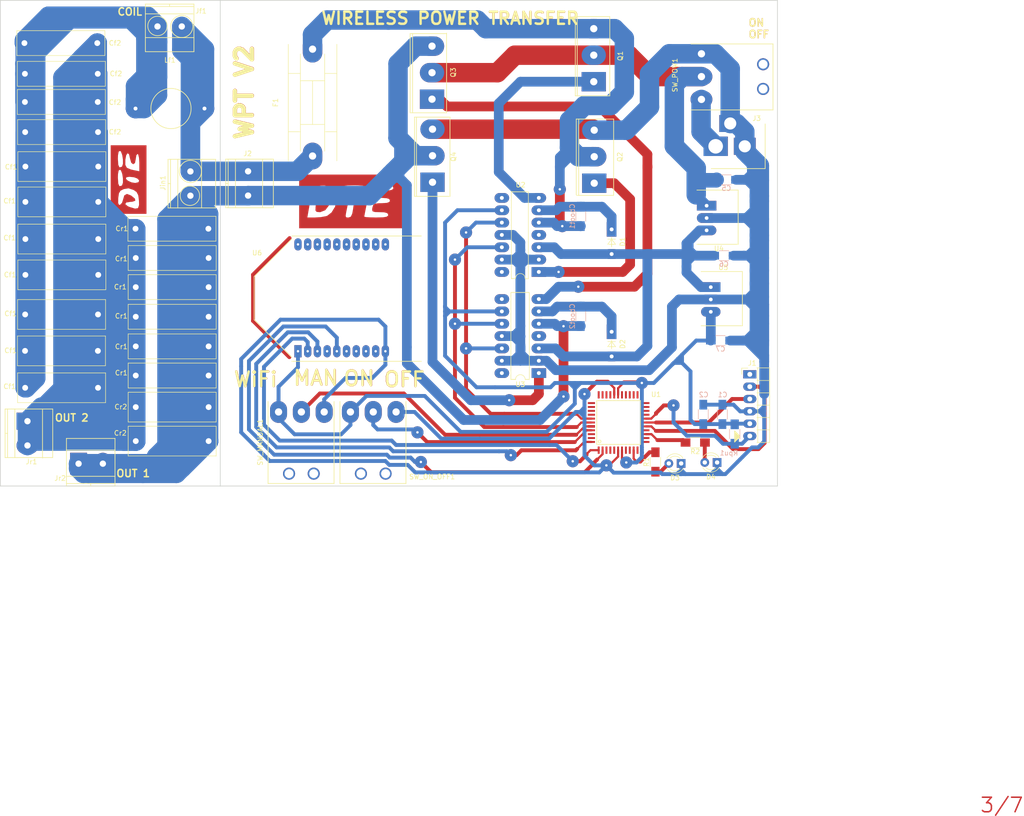
<source format=kicad_pcb>
(kicad_pcb (version 4) (host pcbnew 4.0.6)
  (title_block (title "Placa de circuito impreso del primario") (date 2017-10-26))
  (layers (0 F.Cu signal) (31 B.Cu signal) (34 B.Paste user hide) (35 F.Paste user hide) (36 B.SilkS user hide) (37 F.SilkS user) (38 B.Mask user hide) (39 F.Mask user) (44 Edge.Cuts user))
  (net 0 "")
  (net 1 /+3.3V)
  (net 2 "Net-(C1-Pad2)")
  (net 3 "Net-(C5-Pad1)")
  (net 4 /+15V)
  (net 5 "Net-(Cboot1-Pad1)")
  (net 6 "Net-(Cboot2-Pad1)")
  (net 7 "Net-(J1-Pad1)")
  (net 8 "Net-(J1-Pad4)")
  (net 9 "Net-(J1-Pad5)")
  (net 10 "Net-(J1-Pad6)")
  (net 11 "Net-(Q1-Pad1)")
  (net 12 "Net-(Q2-Pad1)")
  (net 13 "Net-(Q3-Pad1)")
  (net 14 "Net-(Q4-Pad1)")
  (net 15 "Net-(U1-Pad1)")
  (net 16 "Net-(U1-Pad2)")
  (net 17 "Net-(U1-Pad3)")
  (net 18 "Net-(U1-Pad4)")
  (net 19 "Net-(U1-Pad5)")
  (net 20 "Net-(U1-Pad8)")
  (net 21 "Net-(U1-Pad9)")
  (net 22 "Net-(U1-Pad11)")
  (net 23 "Net-(U1-Pad12)")
  (net 24 "Net-(U1-Pad13)")
  (net 25 "Net-(U1-Pad15)")
  (net 26 "Net-(U1-Pad19)")
  (net 27 "Net-(U1-Pad20)")
  (net 28 "Net-(U1-Pad21)")
  (net 29 "Net-(U1-Pad22)")
  (net 30 "Net-(U1-Pad23)")
  (net 31 "Net-(U1-Pad24)")
  (net 32 "Net-(U1-Pad25)")
  (net 33 "Net-(U1-Pad26)")
  (net 34 "Net-(U1-Pad27)")
  (net 35 "Net-(U1-Pad30)")
  (net 36 "Net-(U1-Pad31)")
  (net 37 "Net-(U1-Pad32)")
  (net 38 "Net-(U1-Pad33)")
  (net 39 "Net-(U1-Pad34)")
  (net 40 "Net-(U1-Pad35)")
  (net 41 "Net-(U1-Pad36)")
  (net 42 "Net-(U1-Pad37)")
  (net 43 "Net-(U1-Pad38)")
  (net 44 "Net-(U1-Pad39)")
  (net 45 "Net-(U1-Pad42)")
  (net 46 "Net-(U1-Pad43)")
  (net 47 "Net-(U1-Pad44)")
  (net 48 "Net-(J3-Pad1)")
  (net 49 "Net-(Cboot1-Pad2)")
  (net 50 "Net-(SW_MANUAL1-Pad2)")
  (net 51 "Net-(SW_ON_OFF1-Pad2)")
  (net 52 "Net-(U6-Pad4)")
  (net 53 "Net-(U6-Pad6)")
  (net 54 "Net-(U6-Pad7)")
  (net 55 "Net-(U6-Pad8)")
  (net 56 "Net-(U6-Pad9)")
  (net 57 "Net-(U6-Pad11)")
  (net 58 "Net-(U6-Pad12)")
  (net 59 "Net-(U6-Pad13)")
  (net 60 "Net-(U6-Pad14)")
  (net 61 "Net-(U6-Pad15)")
  (net 62 "Net-(U6-Pad16)")
  (net 63 "Net-(U6-Pad17)")
  (net 64 "Net-(U6-Pad18)")
  (net 65 "Net-(U6-Pad19)")
  (net 66 "Net-(U6-Pad20)")
  (net 67 "Net-(D3-Pad2)")
  (net 68 "Net-(D4-Pad2)")
  (net 69 "Net-(R1-Pad2)")
  (net 70 "Net-(R2-Pad2)")
  (net 71 "Net-(Cf1-Pad1)")
  (net 72 "Net-(Cf1-Pad2)")
  (net 73 "Net-(Cr1-Pad1)")
  (net 74 Carga0)
  (net 75 Carga1)
  (module componentes:XBee_Wi-Fi (layer F.Cu) (at 119.175 97.85)
    (fp_text reference U6 (at -8.425 -20.25) (layer F.SilkS))
    (fp_text value XBEE_Wi-Fi)
    (pad 1 thru_hole rect (at 0 0) (size 1.5 2.5) (drill 0.5) (layers *.Cu *.Mask) (net 1 /+3.3V))
    (pad 2 thru_hole oval (at 2 0) (size 1.5 2.5) (drill 0.5) (layers *.Cu *.Mask) (net 15 "Net-(U1-Pad1)"))
    (pad 3 thru_hole oval (at 4 0) (size 1.5 2.5) (drill 0.5) (layers *.Cu *.Mask) (net 47 "Net-(U1-Pad44)"))
    (pad 4 thru_hole oval (at 6 0) (size 1.5 2.5) (drill 0.5) (layers *.Cu *.Mask) (net 52 "Net-(U6-Pad4)"))
    (pad 5 thru_hole oval (at 8 0) (size 1.5 2.5) (drill 0.5) (layers *.Cu *.Mask) (net 16 "Net-(U1-Pad2)"))
    (pad 6 thru_hole oval (at 10 0) (size 1.5 2.5) (drill 0.5) (layers *.Cu *.Mask) (net 53 "Net-(U6-Pad6)"))
    (pad 7 thru_hole oval (at 12 0) (size 1.5 2.5) (drill 0.5) (layers *.Cu *.Mask) (net 54 "Net-(U6-Pad7)"))
    (pad 8 thru_hole oval (at 14 0) (size 1.5 2.5) (drill 0.5) (layers *.Cu *.Mask) (net 55 "Net-(U6-Pad8)"))
    (pad 9 thru_hole oval (at 16 0) (size 1.5 2.5) (drill 0.5) (layers *.Cu *.Mask) (net 56 "Net-(U6-Pad9)"))
    (pad 10 thru_hole oval (at 18 0) (size 1.5 2.5) (drill 0.5) (layers *.Cu *.Mask) (net 2 "Net-(C1-Pad2)"))
    (pad 11 thru_hole oval (at 18 -22) (size 1.5 2.5) (drill 0.5) (layers *.Cu *.Mask) (net 57 "Net-(U6-Pad11)"))
    (pad 12 thru_hole oval (at 16 -22) (size 1.5 2.5) (drill 0.5) (layers *.Cu *.Mask) (net 58 "Net-(U6-Pad12)"))
    (pad 13 thru_hole oval (at 14 -22) (size 1.5 2.5) (drill 0.5) (layers *.Cu *.Mask) (net 59 "Net-(U6-Pad13)"))
    (pad 14 thru_hole oval (at 12 -22) (size 1.5 2.5) (drill 0.5) (layers *.Cu *.Mask) (net 60 "Net-(U6-Pad14)"))
    (pad 15 thru_hole oval (at 10 -22) (size 1.5 2.5) (drill 0.5) (layers *.Cu *.Mask) (net 61 "Net-(U6-Pad15)"))
    (pad 16 thru_hole oval (at 8 -22) (size 1.5 2.5) (drill 0.5) (layers *.Cu *.Mask) (net 62 "Net-(U6-Pad16)"))
    (pad 17 thru_hole oval (at 6 -22) (size 1.5 2.5) (drill 0.5) (layers *.Cu *.Mask) (net 63 "Net-(U6-Pad17)"))
    (pad 18 thru_hole oval (at 4 -22) (size 1.5 2.5) (drill 0.5) (layers *.Cu *.Mask) (net 64 "Net-(U6-Pad18)"))
    (pad 19 thru_hole oval (at 2 -22) (size 1.5 2.5) (drill 0.5) (layers *.Cu *.Mask) (net 65 "Net-(U6-Pad19)"))
    (pad 20 thru_hole oval (at 0 -22) (size 1.5 2.5) (drill 0.5) (layers *.Cu *.Mask) (net 66 "Net-(U6-Pad20)"))
  )
  (module componentes:r-78Exx (layer F.Cu) (at 204.175 84.65 270)
    (fp_text reference U5 (at -4.05 -2.575 360) (layer F.SilkS))
    (fp_text value R-78E3.3)
    (pad 1 thru_hole rect (at 0 0 270) (size 2 4) (drill 0.762) (layers *.Cu *.Mask) (net 4 /+15V))
    (pad 2 thru_hole oval (at 2.54 0 270) (size 2 4) (drill 0.762) (layers *.Cu *.Mask) (net 2 "Net-(C1-Pad2)"))
    (pad 3 thru_hole oval (at 5.08 0 270) (size 2 4) (drill 0.762) (layers *.Cu *.Mask) (net 1 /+3.3V))
  )
  (module componentes:r-78Exx (layer F.Cu) (at 203.315 67.882 270)
    (fp_text reference U4 (at 8.818 -2.535 360) (layer F.SilkS))
    (fp_text value R-78E15)
    (pad 1 thru_hole rect (at 0 0 270) (size 2 4) (drill 0.762) (layers *.Cu *.Mask) (net 3 "Net-(C5-Pad1)"))
    (pad 2 thru_hole oval (at 2.54 0 270) (size 2 4) (drill 0.762) (layers *.Cu *.Mask) (net 2 "Net-(C1-Pad2)"))
    (pad 3 thru_hole oval (at 5.08 0 270) (size 2 4) (drill 0.762) (layers *.Cu *.Mask) (net 4 /+15V))
  )
  (module Housings_DIP:DIP-14_W7.62mm (layer F.Cu) (at 168.771 102.348 180)
    (fp_text reference U3 (at 3.81 -2.33 180) (layer F.SilkS))
    (fp_text value IR2110)
    (pad 1 thru_hole rect (at 0 0 180) (size 3 2) (drill 0.8) (layers *.Cu *.Mask) (net 14 "Net-(Q4-Pad1)"))
    (pad 8 thru_hole oval (at 7.62 15.24 180) (size 3 2) (drill 0.8) (layers *.Cu *.Mask))
    (pad 2 thru_hole oval (at 0 2.54 180) (size 3 2) (drill 0.8) (layers *.Cu *.Mask) (net 2 "Net-(C1-Pad2)"))
    (pad 9 thru_hole oval (at 7.62 12.7 180) (size 3 2) (drill 0.8) (layers *.Cu *.Mask) (net 1 /+3.3V))
    (pad 3 thru_hole oval (at 0 5.08 180) (size 3 2) (drill 0.8) (layers *.Cu *.Mask) (net 4 /+15V))
    (pad 10 thru_hole oval (at 7.62 10.16 180) (size 3 2) (drill 0.8) (layers *.Cu *.Mask) (net 44 "Net-(U1-Pad39)"))
    (pad 4 thru_hole oval (at 0 7.62 180) (size 3 2) (drill 0.8) (layers *.Cu *.Mask))
    (pad 11 thru_hole oval (at 7.62 7.62 180) (size 3 2) (drill 0.8) (layers *.Cu *.Mask) (net 2 "Net-(C1-Pad2)"))
    (pad 5 thru_hole oval (at 0 10.16 180) (size 3 2) (drill 0.8) (layers *.Cu *.Mask) (net 74 Carga0))
    (pad 12 thru_hole oval (at 7.62 5.08 180) (size 3 2) (drill 0.8) (layers *.Cu *.Mask) (net 43 "Net-(U1-Pad38)"))
    (pad 6 thru_hole oval (at 0 12.7 180) (size 3 2) (drill 0.8) (layers *.Cu *.Mask) (net 6 "Net-(Cboot2-Pad1)"))
    (pad 13 thru_hole oval (at 7.62 2.54 180) (size 3 2) (drill 0.8) (layers *.Cu *.Mask) (net 2 "Net-(C1-Pad2)"))
    (pad 7 thru_hole oval (at 0 15.24 180) (size 3 2) (drill 0.8) (layers *.Cu *.Mask) (net 13 "Net-(Q3-Pad1)"))
    (pad 14 thru_hole oval (at 7.62 0 180) (size 3 2) (drill 0.8) (layers *.Cu *.Mask))
  )
  (module Housings_DIP:DIP-14_W7.62mm (layer F.Cu) (at 168.771 81.52 180)
    (fp_text reference U2 (at 3.771 17.92 180) (layer F.SilkS))
    (fp_text value IR2110)
    (pad 1 thru_hole rect (at 0 0 180) (size 3 2) (drill 0.8) (layers *.Cu *.Mask) (net 12 "Net-(Q2-Pad1)"))
    (pad 8 thru_hole oval (at 7.62 15.24 180) (size 3 2) (drill 0.8) (layers *.Cu *.Mask))
    (pad 2 thru_hole oval (at 0 2.54 180) (size 3 2) (drill 0.8) (layers *.Cu *.Mask) (net 2 "Net-(C1-Pad2)"))
    (pad 9 thru_hole oval (at 7.62 12.7 180) (size 3 2) (drill 0.8) (layers *.Cu *.Mask) (net 1 /+3.3V))
    (pad 3 thru_hole oval (at 0 5.08 180) (size 3 2) (drill 0.8) (layers *.Cu *.Mask) (net 4 /+15V))
    (pad 10 thru_hole oval (at 7.62 10.16 180) (size 3 2) (drill 0.8) (layers *.Cu *.Mask) (net 43 "Net-(U1-Pad38)"))
    (pad 4 thru_hole oval (at 0 7.62 180) (size 3 2) (drill 0.8) (layers *.Cu *.Mask))
    (pad 11 thru_hole oval (at 7.62 7.62 180) (size 3 2) (drill 0.8) (layers *.Cu *.Mask) (net 2 "Net-(C1-Pad2)"))
    (pad 5 thru_hole oval (at 0 10.16 180) (size 3 2) (drill 0.8) (layers *.Cu *.Mask) (net 49 "Net-(Cboot1-Pad2)"))
    (pad 12 thru_hole oval (at 7.62 5.08 180) (size 3 2) (drill 0.8) (layers *.Cu *.Mask) (net 44 "Net-(U1-Pad39)"))
    (pad 6 thru_hole oval (at 0 12.7 180) (size 3 2) (drill 0.8) (layers *.Cu *.Mask) (net 5 "Net-(Cboot1-Pad1)"))
    (pad 13 thru_hole oval (at 7.62 2.54 180) (size 3 2) (drill 0.8) (layers *.Cu *.Mask) (net 2 "Net-(C1-Pad2)"))
    (pad 7 thru_hole oval (at 0 15.24 180) (size 3 2) (drill 0.8) (layers *.Cu *.Mask) (net 11 "Net-(Q1-Pad1)"))
    (pad 14 thru_hole oval (at 7.62 0 180) (size 3 2) (drill 0.8) (layers *.Cu *.Mask))
  )
  (module componentes:SPDT_Toggle_Switch (layer F.Cu) (at 202.25 46 90)
    (fp_text reference SW_POW1 (at 5 -5.45 270) (layer F.SilkS))
    (fp_text value SW_SPDT)
    (pad 1 thru_hole oval (at 0 0 90) (size 3.5 4.5) (drill 1.5) (layers *.Cu *.Mask) (net 48 "Net-(J3-Pad1)"))
    (pad 2 thru_hole oval (at 4.7 0 90) (size 3.5 4.5) (drill 1.5) (layers *.Cu *.Mask) (net 3 "Net-(C5-Pad1)"))
    (pad 3 thru_hole oval (at 9.4 0 90) (size 3.5 4.5) (drill 1.5) (layers *.Cu *.Mask) (net 2 "Net-(C1-Pad2)"))
    (pad 4 thru_hole circle (at 2.16 12.7 90) (size 2.5 2.5) (drill 1.85) (layers *.Cu *.Mask))
    (pad 5 thru_hole circle (at 7.24 12.7 90) (size 2.5 2.5) (drill 1.85) (layers *.Cu *.Mask))
  )
  (module componentes:SPDT_Toggle_Switch (layer F.Cu) (at 129.975 110.35)
    (fp_text reference SW_ON_OFF1 (at 16.825 13.35) (layer F.SilkS))
    (fp_text value SW_SPDT)
    (pad 1 thru_hole oval (at 0 0) (size 3.5 4.5) (drill 1.5) (layers *.Cu *.Mask) (net 1 /+3.3V))
    (pad 2 thru_hole oval (at 4.7 0) (size 3.5 4.5) (drill 1.5) (layers *.Cu *.Mask) (net 51 "Net-(SW_ON_OFF1-Pad2)"))
    (pad 3 thru_hole oval (at 9.4 0) (size 3.5 4.5) (drill 1.5) (layers *.Cu *.Mask) (net 2 "Net-(C1-Pad2)"))
    (pad 4 thru_hole circle (at 2.16 12.7) (size 2.5 2.5) (drill 1.85) (layers *.Cu *.Mask))
    (pad 5 thru_hole circle (at 7.24 12.7) (size 2.5 2.5) (drill 1.85) (layers *.Cu *.Mask))
  )
  (module componentes:SPDT_Toggle_Switch (layer F.Cu) (at 115.175 110.35)
    (fp_text reference SW_MANUAL1 (at -3.775 6.25 90) (layer F.SilkS))
    (fp_text value SW_SPDT)
    (pad 1 thru_hole oval (at 0 0) (size 3.5 4.5) (drill 1.5) (layers *.Cu *.Mask) (net 1 /+3.3V))
    (pad 2 thru_hole oval (at 4.7 0) (size 3.5 4.5) (drill 1.5) (layers *.Cu *.Mask) (net 50 "Net-(SW_MANUAL1-Pad2)"))
    (pad 3 thru_hole oval (at 9.4 0) (size 3.5 4.5) (drill 1.5) (layers *.Cu *.Mask) (net 2 "Net-(C1-Pad2)"))
    (pad 4 thru_hole circle (at 2.16 12.7) (size 2.5 2.5) (drill 1.85) (layers *.Cu *.Mask))
    (pad 5 thru_hole circle (at 7.24 12.7) (size 2.5 2.5) (drill 1.85) (layers *.Cu *.Mask))
  )
  (module componentesGIT:TO-247AC (layer F.Cu) (at 146.875 63.05 90)
    (fp_text reference Q4 (at 5.25 4.325 90) (layer F.SilkS))
    (fp_text value IRLB8721PBF)
    (pad 1 thru_hole rect (at 0 0 90) (size 4 5) (drill 1.5) (layers *.Cu *.Mask) (net 14 "Net-(Q4-Pad1)"))
    (pad 2 thru_hole oval (at 5.46 0 90) (size 4 5) (drill 1.5) (layers *.Cu *.Mask) (net 74 Carga0))
    (pad 3 thru_hole oval (at 10.92 0 90) (size 4 5) (drill 1.5) (layers *.Cu *.Mask) (net 2 "Net-(C1-Pad2)"))
  )
  (module componentesGIT:TO-247AC (layer F.Cu) (at 146.775 45.95 90)
    (fp_text reference Q3 (at 5.5 4.375 90) (layer F.SilkS))
    (fp_text value IRLB8721PBF)
    (pad 1 thru_hole rect (at 0 0 90) (size 4 5) (drill 1.5) (layers *.Cu *.Mask) (net 13 "Net-(Q3-Pad1)"))
    (pad 2 thru_hole oval (at 5.46 0 90) (size 4 5) (drill 1.5) (layers *.Cu *.Mask) (net 3 "Net-(C5-Pad1)"))
    (pad 3 thru_hole oval (at 10.92 0 90) (size 4 5) (drill 1.5) (layers *.Cu *.Mask) (net 74 Carga0))
  )
  (module componentesGIT:TO-247AC (layer F.Cu) (at 180.175 63.25 90)
    (fp_text reference Q2 (at 5.4 5.3 90) (layer F.SilkS))
    (fp_text value IRLB8721PBF)
    (pad 1 thru_hole rect (at 0 0 90) (size 4 5) (drill 1.5) (layers *.Cu *.Mask) (net 12 "Net-(Q2-Pad1)"))
    (pad 2 thru_hole oval (at 5.46 0 90) (size 4 5) (drill 1.5) (layers *.Cu *.Mask) (net 49 "Net-(Cboot1-Pad2)"))
    (pad 3 thru_hole oval (at 10.92 0 90) (size 4 5) (drill 1.5) (layers *.Cu *.Mask) (net 2 "Net-(C1-Pad2)"))
  )
  (module componentesGIT:TO-247AC (layer F.Cu) (at 180.075 42.35 90)
    (fp_text reference Q1 (at 5.3 5.475 90) (layer F.SilkS))
    (fp_text value IRLB8721PBF)
    (pad 1 thru_hole rect (at 0 0 90) (size 4 5) (drill 1.5) (layers *.Cu *.Mask) (net 11 "Net-(Q1-Pad1)"))
    (pad 2 thru_hole oval (at 5.46 0 90) (size 4 5) (drill 1.5) (layers *.Cu *.Mask) (net 3 "Net-(C5-Pad1)"))
    (pad 3 thru_hole oval (at 10.92 0 90) (size 4 5) (drill 1.5) (layers *.Cu *.Mask) (net 49 "Net-(Cboot1-Pad2)"))
  )
  (module "componentesGIT:MuRata 1500 47u" (layer F.Cu) (at 99.925 47.875 180)
    (fp_text reference Lf1 (at 7.125 9.975 180) (layer F.SilkS))
    (fp_text value 47uH)
    (pad 1 thru_hole circle (at 0 0 180) (size 4 4) (drill 0.8) (layers *.Cu *.Mask) (net 75 Carga1))
    (pad 2 thru_hole circle (at 14.2 0 180) (size 4 4) (drill 0.8) (layers *.Cu *.Mask) (net 72 "Net-(Cf1-Pad2)"))
  )
  (module Connectors_Terminal_Blocks:TerminalBlock_Pheonix_MKDS1.5-2pol (layer F.Cu) (at 74 121)
    (fp_text reference Jr2 (at -3.8 3) (layer F.SilkS))
    (fp_text value Screw_Terminal_1x02)
    (pad 1 thru_hole rect (at 0 0) (size 3.5 4.5) (drill 1.3) (layers *.Cu *.Mask) (net 74 Carga0))
    (pad 2 thru_hole oval (at 5 0) (size 3.5 4.5) (drill 1.3) (layers *.Cu *.Mask) (net 74 Carga0))
  )
  (module Connectors_Terminal_Blocks:TerminalBlock_Pheonix_MKDS1.5-2pol (layer F.Cu) (at 63.475 112.25 270)
    (fp_text reference Jr1 (at 8.35 -0.825 360) (layer F.SilkS))
    (fp_text value Screw_Terminal_1x02)
    (pad 1 thru_hole rect (at 0 0 270) (size 3.5 4.5) (drill 1.3) (layers *.Cu *.Mask) (net 71 "Net-(Cf1-Pad1)"))
    (pad 2 thru_hole oval (at 5 0 270) (size 3.5 4.5) (drill 1.3) (layers *.Cu *.Mask) (net 71 "Net-(Cf1-Pad1)"))
  )
  (module Connectors_Terminal_Blocks:TerminalBlock_Pheonix_MKDS1.5-2pol (layer F.Cu) (at 97.025 60.825 270)
    (fp_text reference Jin1 (at 2.375 5.675 450) (layer F.SilkS))
    (fp_text value Screw_Terminal_1x02)
    (pad 1 thru_hole rect (at 0 0 270) (size 2.5 2.5) (drill 1.3) (layers *.Cu *.Mask) (net 75 Carga1))
    (pad 2 thru_hole circle (at 5 0 270) (size 2.5 2.5) (drill 1.3) (layers *.Cu *.Mask) (net 74 Carga0))
  )
  (module Connectors_Terminal_Blocks:TerminalBlock_Pheonix_MKDS1.5-2pol (layer F.Cu) (at 95.25 30.975 180)
    (fp_text reference Jf1 (at -3.95 3.175 180) (layer F.SilkS))
    (fp_text value Screw_Terminal_1x02)
    (pad 1 thru_hole rect (at 0 0 180) (size 2.5 2.5) (drill 1.3) (layers *.Cu *.Mask) (net 75 Carga1))
    (pad 2 thru_hole circle (at 5 0 180) (size 2.5 2.5) (drill 1.3) (layers *.Cu *.Mask) (net 72 "Net-(Cf1-Pad2)"))
  )
  (module BARREL_JACK (layer F.Cu) (at 205.175 55.65 180)
    (fp_text reference J3 (at -8.45 5.75 360) (layer F.SilkS))
    (fp_text value BARREL_JACK)
    (pad 1 thru_hole rect (at 0 0 180) (size 5 4) (drill oval 3) (layers *.Cu *.Mask) (net 48 "Net-(J3-Pad1)"))
    (pad 2 thru_hole rect (at -6 0 180) (size 4.5 3.5) (drill oval 2.5) (layers *.Cu *.Mask) (net 2 "Net-(C1-Pad2)"))
    (pad 3 thru_hole rect (at -3 4.7 180) (size 4.5 3.5) (drill oval 2.5) (layers *.Cu *.Mask) (net 2 "Net-(C1-Pad2)"))
  )
  (module Connectors_Terminal_Blocks:TerminalBlock_Pheonix_MKDS1.5-2pol (layer F.Cu) (at 108.9 60.8 270)
    (fp_text reference J2 (at -3.65 0.1 360) (layer F.SilkS))
    (fp_text value Screw_Terminal_1x02)
    (pad 1 thru_hole rect (at 0 0 270) (size 3.5 4.5) (drill 1.3) (layers *.Cu *.Mask) (net 75 Carga1))
    (pad 2 thru_hole oval (at 5 0 270) (size 3.5 4.5) (drill 1.3) (layers *.Cu *.Mask) (net 74 Carga0))
  )
  (module Pin_Header_Angled_1x06_Pitch2.54mm (layer F.Cu) (at 212.205 102.602)
    (fp_text reference J1 (at 0.495 -2.302) (layer F.SilkS))
    (fp_text value CONN_01X06)
    (pad 6 thru_hole rect (at 0 0) (size 2.7 1.7) (drill 1) (layers *.Cu *.Mask) (net 10 "Net-(J1-Pad6)"))
    (pad 5 thru_hole oval (at 0 2.54) (size 2.7 1.7) (drill 1) (layers *.Cu *.Mask) (net 9 "Net-(J1-Pad5)"))
    (pad 4 thru_hole oval (at 0 5.08) (size 2.7 1.7) (drill 1) (layers *.Cu *.Mask) (net 8 "Net-(J1-Pad4)"))
    (pad 3 thru_hole oval (at 0 7.62) (size 2.7 1.7) (drill 1) (layers *.Cu *.Mask) (net 2 "Net-(C1-Pad2)"))
    (pad 2 thru_hole oval (at 0 10.16) (size 2.7 1.7) (drill 1) (layers *.Cu *.Mask) (net 1 /+3.3V))
    (pad 1 thru_hole oval (at 0 12.7) (size 2.7 1.7) (drill 1) (layers *.Cu *.Mask) (net 7 "Net-(J1-Pad1)"))
  )
  (module Fuse_Holders_and_Fuses:Fuseholder5x20_horiz_SemiClosed_Casing10x25mm (layer F.Cu) (at 122.175 57.65 90)
    (fp_text reference F1 (at 11 -7.62 90) (layer F.SilkS))
    (fp_text value Fuse)
    (pad 2 thru_hole oval (at 22 0) (size 4 5.5) (drill 1.5) (layers *.Cu *.Mask) (net 49 "Net-(Cboot1-Pad2)"))
    (pad 1 thru_hole oval (at 0 0) (size 4 5.5) (drill 1.5) (layers *.Cu *.Mask) (net 75 Carga1))
  )
  (module Diodes_THT:D_DO-35_SOD27_P5.08mm_Vertical_AnodeUp (layer F.Cu) (at 183.757 93.839 270)
    (fp_text reference D2 (at 2.54 -2.266371 270) (layer F.SilkS))
    (fp_text value D)
    (pad 1 thru_hole rect (at 0 0 270) (size 3 2) (drill 0.8) (layers *.Cu *.Mask) (net 6 "Net-(Cboot2-Pad1)"))
    (pad 2 thru_hole oval (at 5.08 0 270) (size 2 3) (drill 0.8) (layers *.Cu *.Mask) (net 4 /+15V))
  )
  (module Diodes_THT:D_DO-35_SOD27_P5.08mm_Vertical_AnodeUp (layer F.Cu) (at 183.757 72.757 270)
    (fp_text reference D1 (at 2.54 -2.266371 270) (layer F.SilkS))
    (fp_text value D)
    (pad 1 thru_hole rect (at 0 0 270) (size 3 2) (drill 0.8) (layers *.Cu *.Mask) (net 5 "Net-(Cboot1-Pad1)"))
    (pad 2 thru_hole oval (at 5.08 0 270) (size 2 3) (drill 0.8) (layers *.Cu *.Mask) (net 4 /+15V))
  )
  (module Capacitors_THT:C_Rect_L18.0mm_W6.0mm_P15.00mm_FKS3_FKP3 (layer F.Cu) (at 100.775 116.35 180)
    (fp_text reference Cr2 (at 18.175 1.65 180) (layer F.SilkS))
    (fp_text value C)
    (pad 1 thru_hole circle (at 0 0 180) (size 2.4 2.4) (drill 1.2) (layers *.Cu *.Mask) (net 74 Carga0))
    (pad 2 thru_hole circle (at 15 0 180) (size 2.4 2.4) (drill 1.2) (layers *.Cu *.Mask) (net 71 "Net-(Cf1-Pad1)"))
  )
  (module Capacitors_THT:C_Rect_L18.0mm_W5.0mm_P15.00mm_FKS3_FKP3 (layer F.Cu) (at 100.725 72.625 180)
    (fp_text reference Cr1 (at 17.825 0.025 180) (layer F.SilkS))
    (fp_text value C)
    (pad 1 thru_hole circle (at 0 0 180) (size 2.4 2.4) (drill 1.2) (layers *.Cu *.Mask) (net 74 Carga0))
    (pad 2 thru_hole circle (at 15 0 180) (size 2.4 2.4) (drill 1.2) (layers *.Cu *.Mask) (net 71 "Net-(Cf1-Pad1)"))
  )
  (module Capacitors_THT:C_Rect_L18.0mm_W5.0mm_P15.00mm_FKS3_FKP3 (layer F.Cu) (at 100.775 78.65 180)
    (fp_text reference Cr1 (at 17.975 -0.15 180) (layer F.SilkS))
    (fp_text value 100nF)
    (pad 1 thru_hole circle (at 0 0 180) (size 2.4 2.4) (drill 1.2) (layers *.Cu *.Mask) (net 73 "Net-(Cr1-Pad1)"))
    (pad 2 thru_hole circle (at 15 0 180) (size 2.4 2.4) (drill 1.2) (layers *.Cu *.Mask) (net 71 "Net-(Cf1-Pad1)"))
  )
  (module Capacitors_THT:C_Rect_L18.0mm_W5.0mm_P15.00mm_FKS3_FKP3 (layer F.Cu) (at 100.775 84.65 180)
    (fp_text reference Cr1 (at 18.175 0.05 180) (layer F.SilkS))
    (fp_text value 100nF)
    (pad 1 thru_hole circle (at 0 0 180) (size 2.4 2.4) (drill 1.2) (layers *.Cu *.Mask) (net 73 "Net-(Cr1-Pad1)"))
    (pad 2 thru_hole circle (at 15 0 180) (size 2.4 2.4) (drill 1.2) (layers *.Cu *.Mask) (net 71 "Net-(Cf1-Pad1)"))
  )
  (module Capacitors_THT:C_Rect_L18.0mm_W5.0mm_P15.00mm_FKS3_FKP3 (layer F.Cu) (at 100.775 90.75 180)
    (fp_text reference Cr1 (at 17.975 0.15 180) (layer F.SilkS))
    (fp_text value 100nF)
    (pad 1 thru_hole circle (at 0 0 180) (size 2.4 2.4) (drill 1.2) (layers *.Cu *.Mask) (net 73 "Net-(Cr1-Pad1)"))
    (pad 2 thru_hole circle (at 15 0 180) (size 2.4 2.4) (drill 1.2) (layers *.Cu *.Mask) (net 71 "Net-(Cf1-Pad1)"))
  )
  (module Capacitors_THT:C_Rect_L18.0mm_W5.0mm_P15.00mm_FKS3_FKP3 (layer F.Cu) (at 100.775 96.85 180)
    (fp_text reference Cr1 (at 17.975 -0.05 180) (layer F.SilkS))
    (fp_text value 100nF)
    (pad 1 thru_hole circle (at 0 0 180) (size 2.4 2.4) (drill 1.2) (layers *.Cu *.Mask) (net 73 "Net-(Cr1-Pad1)"))
    (pad 2 thru_hole circle (at 15 0 180) (size 2.4 2.4) (drill 1.2) (layers *.Cu *.Mask) (net 71 "Net-(Cf1-Pad1)"))
  )
  (module Capacitors_THT:C_Rect_L18.0mm_W5.0mm_P15.00mm_FKS3_FKP3 (layer F.Cu) (at 62.85 34.4)
    (fp_text reference Cf2 (at 18.65 0) (layer F.SilkS))
    (fp_text value C)
    (pad 1 thru_hole circle (at 0 0) (size 2.4 2.4) (drill 1.2) (layers *.Cu *.Mask) (net 72 "Net-(Cf1-Pad2)"))
    (pad 2 thru_hole circle (at 15 0) (size 2.4 2.4) (drill 1.2) (layers *.Cu *.Mask) (net 71 "Net-(Cf1-Pad1)"))
  )
  (module Capacitors_THT:C_Rect_L18.0mm_W5.0mm_P15.00mm_FKS3_FKP3 (layer F.Cu) (at 62.95 40.725)
    (fp_text reference Cf2 (at 18.75 -0.025) (layer F.SilkS))
    (fp_text value C)
    (pad 1 thru_hole circle (at 0 0) (size 2.4 2.4) (drill 1.2) (layers *.Cu *.Mask) (net 72 "Net-(Cf1-Pad2)"))
    (pad 2 thru_hole circle (at 15 0) (size 2.4 2.4) (drill 1.2) (layers *.Cu *.Mask) (net 71 "Net-(Cf1-Pad1)"))
  )
  (module Capacitors_THT:C_Rect_L18.0mm_W5.0mm_P15.00mm_FKS3_FKP3 (layer F.Cu) (at 62.95 46.525)
    (fp_text reference Cf2 (at 18.55 0.075) (layer F.SilkS))
    (fp_text value C)
    (pad 1 thru_hole circle (at 0 0) (size 2.4 2.4) (drill 1.2) (layers *.Cu *.Mask) (net 72 "Net-(Cf1-Pad2)"))
    (pad 2 thru_hole circle (at 15 0) (size 2.4 2.4) (drill 1.2) (layers *.Cu *.Mask) (net 71 "Net-(Cf1-Pad1)"))
  )
  (module Capacitors_THT:C_Rect_L18.0mm_W6.0mm_P15.00mm_FKS3_FKP3 (layer F.Cu) (at 78.05 59.825 180)
    (fp_text reference Cf1 (at 17.95 -0.075 180) (layer F.SilkS))
    (fp_text value C)
    (pad 1 thru_hole circle (at 0 0 180) (size 2.4 2.4) (drill 1.2) (layers *.Cu *.Mask) (net 71 "Net-(Cf1-Pad1)"))
    (pad 2 thru_hole circle (at 15 0 180) (size 2.4 2.4) (drill 1.2) (layers *.Cu *.Mask) (net 72 "Net-(Cf1-Pad2)"))
  )
  (module Capacitors_THT:C_Rect_L18.0mm_W6.0mm_P15.00mm_FKS3_FKP3 (layer F.Cu) (at 78.05 67.1 180)
    (fp_text reference Cf1 (at 18.25 0.2 180) (layer F.SilkS))
    (fp_text value C)
    (pad 1 thru_hole circle (at 0 0 180) (size 2.4 2.4) (drill 1.2) (layers *.Cu *.Mask) (net 71 "Net-(Cf1-Pad1)"))
    (pad 2 thru_hole circle (at 15 0 180) (size 2.4 2.4) (drill 1.2) (layers *.Cu *.Mask) (net 72 "Net-(Cf1-Pad2)"))
  )
  (module Capacitors_THT:C_Rect_L18.0mm_W6.0mm_P15.00mm_FKS3_FKP3 (layer F.Cu) (at 78.05 74.75 180)
    (fp_text reference Cf1 (at 18.25 0.25 180) (layer F.SilkS))
    (fp_text value C)
    (pad 1 thru_hole circle (at 0 0 180) (size 2.4 2.4) (drill 1.2) (layers *.Cu *.Mask) (net 71 "Net-(Cf1-Pad1)"))
    (pad 2 thru_hole circle (at 15 0 180) (size 2.4 2.4) (drill 1.2) (layers *.Cu *.Mask) (net 72 "Net-(Cf1-Pad2)"))
  )
  (module Capacitors_THT:C_Rect_L18.0mm_W6.0mm_P15.00mm_FKS3_FKP3 (layer F.Cu) (at 78.05 82.125 180)
    (fp_text reference Cf1 (at 18.15 0.025 180) (layer F.SilkS))
    (fp_text value C)
    (pad 1 thru_hole circle (at 0 0 180) (size 2.4 2.4) (drill 1.2) (layers *.Cu *.Mask) (net 71 "Net-(Cf1-Pad1)"))
    (pad 2 thru_hole circle (at 15 0 180) (size 2.4 2.4) (drill 1.2) (layers *.Cu *.Mask) (net 72 "Net-(Cf1-Pad2)"))
  )
  (module Capacitors_THT:C_Rect_L18.0mm_W6.0mm_P15.00mm_FKS3_FKP3 (layer F.Cu) (at 78 90.275 180)
    (fp_text reference Cf1 (at 18 0.175 180) (layer F.SilkS))
    (fp_text value C)
    (pad 1 thru_hole circle (at 0 0 180) (size 2.4 2.4) (drill 1.2) (layers *.Cu *.Mask) (net 71 "Net-(Cf1-Pad1)"))
    (pad 2 thru_hole circle (at 15 0 180) (size 2.4 2.4) (drill 1.2) (layers *.Cu *.Mask) (net 72 "Net-(Cf1-Pad2)"))
  )
  (module Capacitors_THT:C_Rect_L18.0mm_W6.0mm_P15.00mm_FKS3_FKP3 (layer F.Cu) (at 77.975 97.775 180)
    (fp_text reference Cf1 (at 17.975 0.075 180) (layer F.SilkS))
    (fp_text value C)
    (pad 1 thru_hole circle (at 0 0 180) (size 2.4 2.4) (drill 1.2) (layers *.Cu *.Mask) (net 71 "Net-(Cf1-Pad1)"))
    (pad 2 thru_hole circle (at 15 0 180) (size 2.4 2.4) (drill 1.2) (layers *.Cu *.Mask) (net 72 "Net-(Cf1-Pad2)"))
  )
  (module Capacitors_SMD:C_1206_HandSoldering (layer B.Cu) (at 206.566 110.85 90)
    (fp_text reference C1 (at 4.05 0.034 180) (layer B.SilkS) (effects (justify mirror)))
    (fp_text value 0.1uF)
    (pad 1 smd rect (at -2 0 90) (size 2 1.6) (layers B.Cu B.Paste B.Mask) (net 1 /+3.3V))
    (pad 2 smd rect (at 2 0 90) (size 2 1.6) (layers B.Cu B.Paste B.Mask) (net 2 "Net-(C1-Pad2)"))
  )
  (module Capacitors_SMD:C_1206_HandSoldering (layer B.Cu) (at 202.629 110.85 90)
    (fp_text reference C2 (at 4.05 0.071 180) (layer B.SilkS) (effects (justify mirror)))
    (fp_text value 0.1uF)
    (pad 1 smd rect (at -2 0 90) (size 2 1.6) (layers B.Cu B.Paste B.Mask) (net 1 /+3.3V))
    (pad 2 smd rect (at 2 0 90) (size 2 1.6) (layers B.Cu B.Paste B.Mask) (net 2 "Net-(C1-Pad2)"))
  )
  (module Capacitors_SMD:C_1206_HandSoldering (layer B.Cu) (at 207.379 62.548)
    (fp_text reference C5 (at 0 1.75) (layer B.SilkS) (effects (justify mirror)))
    (fp_text value 10uF)
    (pad 1 smd rect (at -2 0) (size 2 1.6) (layers B.Cu B.Paste B.Mask) (net 3 "Net-(C5-Pad1)"))
    (pad 2 smd rect (at 2 0) (size 2 1.6) (layers B.Cu B.Paste B.Mask) (net 2 "Net-(C1-Pad2)"))
  )
  (module Capacitors_SMD:C_1206_HandSoldering (layer B.Cu) (at 206.871 78.169)
    (fp_text reference C6 (at 0 1.75) (layer B.SilkS) (effects (justify mirror)))
    (fp_text value 10uF)
    (pad 1 smd rect (at -2 0) (size 2 1.6) (layers B.Cu B.Paste B.Mask) (net 4 /+15V))
    (pad 2 smd rect (at 2 0) (size 2 1.6) (layers B.Cu B.Paste B.Mask) (net 2 "Net-(C1-Pad2)"))
  )
  (module Capacitors_SMD:C_1206_HandSoldering (layer B.Cu) (at 206.175 95.65)
    (fp_text reference C7 (at 0 1.75) (layer B.SilkS) (effects (justify mirror)))
    (fp_text value 10uF)
    (pad 1 smd rect (at -2 0) (size 2 1.6) (layers B.Cu B.Paste B.Mask) (net 1 /+3.3V))
    (pad 2 smd rect (at 2 0) (size 2 1.6) (layers B.Cu B.Paste B.Mask) (net 2 "Net-(C1-Pad2)"))
  )
  (module Capacitors_SMD:C_1206_HandSoldering (layer B.Cu) (at 177.407 70.09 270)
    (fp_text reference Cboot1 (at 0 1.75 270) (layer B.SilkS) (effects (justify mirror)))
    (fp_text value 0.47uF)
    (pad 1 smd rect (at -2 0 270) (size 2 1.6) (layers B.Cu B.Paste B.Mask) (net 5 "Net-(Cboot1-Pad1)"))
    (pad 2 smd rect (at 2 0 270) (size 2 1.6) (layers B.Cu B.Paste B.Mask) (net 49 "Net-(Cboot1-Pad2)"))
  )
  (module Capacitors_SMD:C_1206_HandSoldering (layer B.Cu) (at 177.407 90.664 270)
    (fp_text reference Cboot2 (at 0 1.75 270) (layer B.SilkS) (effects (justify mirror)))
    (fp_text value 0.47uF)
    (pad 1 smd rect (at -2 0 270) (size 2 1.6) (layers B.Cu B.Paste B.Mask) (net 6 "Net-(Cboot2-Pad1)"))
    (pad 2 smd rect (at 2 0 270) (size 2 1.6) (layers B.Cu B.Paste B.Mask) (net 74 Carga0))
  )
  (module LEDs:LED_D3.0mm (layer F.Cu) (at 198.075 120.95 180)
    (fp_text reference D3 (at 1.27 -2.96 180) (layer F.SilkS))
    (fp_text value LED_ALT)
    (pad 1 thru_hole rect (at 0 0 180) (size 1.8 1.8) (drill 0.9) (layers *.Cu *.Mask) (net 2 "Net-(C1-Pad2)"))
    (pad 2 thru_hole circle (at 2.54 0 180) (size 1.8 1.8) (drill 0.9) (layers *.Cu *.Mask) (net 67 "Net-(D3-Pad2)"))
  )
  (module LEDs:LED_D3.0mm (layer F.Cu) (at 205.475 120.75 180)
    (fp_text reference D4 (at 1.27 -2.96 180) (layer F.SilkS))
    (fp_text value LED_ALT)
    (pad 1 thru_hole rect (at 0 0 180) (size 1.8 1.8) (drill 0.9) (layers *.Cu *.Mask) (net 2 "Net-(C1-Pad2)"))
    (pad 2 thru_hole circle (at 2.54 0 180) (size 1.8 1.8) (drill 0.9) (layers *.Cu *.Mask) (net 68 "Net-(D4-Pad2)"))
  )
  (module Resistors_SMD:R_1206_HandSoldering (layer F.Cu) (at 192.775 120.65 90)
    (fp_text reference R1 (at 0 -1.85 90) (layer F.SilkS))
    (fp_text value R)
    (pad 1 smd rect (at -2 0 90) (size 2 1.7) (layers F.Cu F.Paste F.Mask) (net 67 "Net-(D3-Pad2)"))
    (pad 2 smd rect (at 2 0 90) (size 2 1.7) (layers F.Cu F.Paste F.Mask) (net 69 "Net-(R1-Pad2)"))
  )
  (module Resistors_SMD:R_1206_HandSoldering (layer F.Cu) (at 200.975 116.65 180)
    (fp_text reference R2 (at 0 -1.85 180) (layer F.SilkS))
    (fp_text value R)
    (pad 1 smd rect (at -2 0 180) (size 2 1.7) (layers F.Cu F.Paste F.Mask) (net 68 "Net-(D4-Pad2)"))
    (pad 2 smd rect (at 2 0 180) (size 2 1.7) (layers F.Cu F.Paste F.Mask) (net 70 "Net-(R2-Pad2)"))
  )
  (module componentesGIT:PIC18F45K20 (layer F.Cu) (at 189.091 118.223 90)
    (fp_text reference U1 (at 11.473 3.809 180) (layer F.SilkS))
    (fp_text value PIC18F45K20-I/PT)
    (pad 1 smd rect (at 0 -8 90) (size 1.5 0.4) (layers F.Cu F.Paste F.Mask) (net 15 "Net-(U1-Pad1)"))
    (pad 2 smd rect (at 0 -7.2 90) (size 1.5 0.4) (layers F.Cu F.Paste F.Mask) (net 16 "Net-(U1-Pad2)"))
    (pad 3 smd rect (at 0 -6.4 90) (size 1.5 0.4) (layers F.Cu F.Paste F.Mask) (net 17 "Net-(U1-Pad3)"))
    (pad 4 smd rect (at 0 -5.6 90) (size 1.5 0.4) (layers F.Cu F.Paste F.Mask) (net 18 "Net-(U1-Pad4)"))
    (pad 5 smd rect (at 0 -4.8 90) (size 1.5 0.4) (layers F.Cu F.Paste F.Mask) (net 19 "Net-(U1-Pad5)"))
    (pad 6 smd rect (at 0 -4 90) (size 1.5 0.4) (layers F.Cu F.Paste F.Mask) (net 2 "Net-(C1-Pad2)"))
    (pad 7 smd rect (at 0 -3.2 90) (size 1.5 0.4) (layers F.Cu F.Paste F.Mask) (net 1 /+3.3V))
    (pad 8 smd rect (at 0 -2.4 90) (size 1.5 0.4) (layers F.Cu F.Paste F.Mask) (net 20 "Net-(U1-Pad8)"))
    (pad 9 smd rect (at 0 -1.6 90) (size 1.5 0.4) (layers F.Cu F.Paste F.Mask) (net 21 "Net-(U1-Pad9)"))
    (pad 10 smd rect (at 0 -0.8 90) (size 1.5 0.4) (layers F.Cu F.Paste F.Mask) (net 69 "Net-(R1-Pad2)"))
    (pad 11 smd rect (at 0 0 90) (size 1.5 0.4) (layers F.Cu F.Paste F.Mask) (net 22 "Net-(U1-Pad11)"))
    (pad 12 smd rect (at 1.7 1.7 90) (size 0.4 1.5) (layers F.Cu F.Paste F.Mask) (net 23 "Net-(U1-Pad12)"))
    (pad 13 smd rect (at 2.5 1.7 90) (size 0.4 1.5) (layers F.Cu F.Paste F.Mask) (net 24 "Net-(U1-Pad13)"))
    (pad 14 smd rect (at 3.3 1.7 90) (size 0.4 1.5) (layers F.Cu F.Paste F.Mask) (net 70 "Net-(R2-Pad2)"))
    (pad 15 smd rect (at 4.1 1.7 90) (size 0.4 1.5) (layers F.Cu F.Paste F.Mask) (net 25 "Net-(U1-Pad15)"))
    (pad 16 smd rect (at 4.9 1.7 90) (size 0.4 1.5) (layers F.Cu F.Paste F.Mask) (net 9 "Net-(J1-Pad5)"))
    (pad 17 smd rect (at 5.7 1.7 90) (size 0.4 1.5) (layers F.Cu F.Paste F.Mask) (net 8 "Net-(J1-Pad4)"))
    (pad 18 smd rect (at 6.5 1.7 90) (size 0.4 1.5) (layers F.Cu F.Paste F.Mask) (net 7 "Net-(J1-Pad1)"))
    (pad 19 smd rect (at 7.3 1.7 90) (size 0.4 1.5) (layers F.Cu F.Paste F.Mask) (net 26 "Net-(U1-Pad19)"))
    (pad 20 smd rect (at 8.1 1.7 90) (size 0.4 1.5) (layers F.Cu F.Paste F.Mask) (net 27 "Net-(U1-Pad20)"))
    (pad 21 smd rect (at 8.9 1.7 90) (size 0.4 1.5) (layers F.Cu F.Paste F.Mask) (net 28 "Net-(U1-Pad21)"))
    (pad 22 smd rect (at 9.7 1.7 90) (size 0.4 1.5) (layers F.Cu F.Paste F.Mask) (net 29 "Net-(U1-Pad22)"))
    (pad 23 smd rect (at 11.4 0 90) (size 1.5 0.4) (layers F.Cu F.Paste F.Mask) (net 30 "Net-(U1-Pad23)"))
    (pad 24 smd rect (at 11.4 -0.8 90) (size 1.5 0.4) (layers F.Cu F.Paste F.Mask) (net 31 "Net-(U1-Pad24)"))
    (pad 25 smd rect (at 11.4 -1.6 90) (size 1.5 0.4) (layers F.Cu F.Paste F.Mask) (net 32 "Net-(U1-Pad25)"))
    (pad 26 smd rect (at 11.4 -2.4 90) (size 1.5 0.4) (layers F.Cu F.Paste F.Mask) (net 33 "Net-(U1-Pad26)"))
    (pad 27 smd rect (at 11.4 -3.2 90) (size 1.5 0.4) (layers F.Cu F.Paste F.Mask) (net 34 "Net-(U1-Pad27)"))
    (pad 28 smd rect (at 11.4 -4 90) (size 1.5 0.4) (layers F.Cu F.Paste F.Mask) (net 1 /+3.3V))
    (pad 29 smd rect (at 11.4 -4.8 90) (size 1.5 0.4) (layers F.Cu F.Paste F.Mask) (net 2 "Net-(C1-Pad2)"))
    (pad 30 smd rect (at 11.4 -5.6 90) (size 1.5 0.4) (layers F.Cu F.Paste F.Mask) (net 35 "Net-(U1-Pad30)"))
    (pad 31 smd rect (at 11.4 -6.4 90) (size 1.5 0.4) (layers F.Cu F.Paste F.Mask) (net 36 "Net-(U1-Pad31)"))
    (pad 32 smd rect (at 11.4 -7.2 90) (size 1.5 0.4) (layers F.Cu F.Paste F.Mask) (net 37 "Net-(U1-Pad32)"))
    (pad 33 smd rect (at 11.4 -8 90) (size 1.5 0.4) (layers F.Cu F.Paste F.Mask) (net 38 "Net-(U1-Pad33)"))
    (pad 34 smd rect (at 9.7 -9.5 90) (size 0.4 1.5) (layers F.Cu F.Paste F.Mask) (net 39 "Net-(U1-Pad34)"))
    (pad 35 smd rect (at 8.9 -9.5 90) (size 0.4 1.5) (layers F.Cu F.Paste F.Mask) (net 40 "Net-(U1-Pad35)"))
    (pad 36 smd rect (at 8.1 -9.5 90) (size 0.4 1.5) (layers F.Cu F.Paste F.Mask) (net 41 "Net-(U1-Pad36)"))
    (pad 37 smd rect (at 7.3 -9.5 90) (size 0.4 1.5) (layers F.Cu F.Paste F.Mask) (net 42 "Net-(U1-Pad37)"))
    (pad 38 smd rect (at 6.5 -9.5 90) (size 0.4 1.5) (layers F.Cu F.Paste F.Mask) (net 43 "Net-(U1-Pad38)"))
    (pad 39 smd rect (at 5.7 -9.5 90) (size 0.4 1.5) (layers F.Cu F.Paste F.Mask) (net 44 "Net-(U1-Pad39)"))
    (pad 40 smd rect (at 4.9 -9.5 90) (size 0.55 1.5) (layers F.Cu F.Paste F.Mask) (net 50 "Net-(SW_MANUAL1-Pad2)"))
    (pad 41 smd rect (at 4.1 -9.5 90) (size 0.4 1.5) (layers F.Cu F.Paste F.Mask) (net 51 "Net-(SW_ON_OFF1-Pad2)"))
    (pad 42 smd rect (at 3.3 -9.5 90) (size 0.4 1.5) (layers F.Cu F.Paste F.Mask) (net 45 "Net-(U1-Pad42)"))
    (pad 43 smd rect (at 2.5 -9.5 90) (size 0.4 1.5) (layers F.Cu F.Paste F.Mask) (net 46 "Net-(U1-Pad43)"))
    (pad 44 smd rect (at 1.7 -9.5 90) (size 0.4 1.5) (layers F.Cu F.Paste F.Mask) (net 47 "Net-(U1-Pad44)"))
  )
  (module Capacitors_THT:C_Rect_L18.0mm_W6.0mm_P15.00mm_FKS3_FKP3 (layer F.Cu) (at 78 105.375 180)
    (fp_text reference Cf1 (at 18.2 0.275 180) (layer F.SilkS))
    (fp_text value C)
    (pad 1 thru_hole circle (at 0 0 180) (size 2.4 2.4) (drill 1.2) (layers *.Cu *.Mask) (net 71 "Net-(Cf1-Pad1)"))
    (pad 2 thru_hole circle (at 15 0 180) (size 2.4 2.4) (drill 1.2) (layers *.Cu *.Mask) (net 72 "Net-(Cf1-Pad2)"))
  )
  (module Capacitors_THT:C_Rect_L18.0mm_W5.0mm_P15.00mm_FKS3_FKP3 (layer F.Cu) (at 63 52.725)
    (fp_text reference Cf2 (at 18.5 -0.025) (layer F.SilkS))
    (fp_text value C)
    (pad 1 thru_hole circle (at 0 0) (size 2.4 2.4) (drill 1.2) (layers *.Cu *.Mask) (net 72 "Net-(Cf1-Pad2)"))
    (pad 2 thru_hole circle (at 15 0) (size 2.4 2.4) (drill 1.2) (layers *.Cu *.Mask) (net 71 "Net-(Cf1-Pad1)"))
  )
  (module Capacitors_THT:C_Rect_L18.0mm_W6.0mm_P15.00mm_FKS3_FKP3 (layer F.Cu) (at 100.775 109.35 180)
    (fp_text reference Cr2 (at 18.075 0.05 180) (layer F.SilkS))
    (fp_text value 10nF)
    (pad 1 thru_hole circle (at 0 0 180) (size 2.4 2.4) (drill 1.2) (layers *.Cu *.Mask) (net 73 "Net-(Cr1-Pad1)"))
    (pad 2 thru_hole circle (at 15 0 180) (size 2.4 2.4) (drill 1.2) (layers *.Cu *.Mask) (net 71 "Net-(Cf1-Pad1)"))
  )
  (module Capacitors_THT:C_Rect_L18.0mm_W5.0mm_P15.00mm_FKS3_FKP3 (layer F.Cu) (at 100.775 102.85 180)
    (fp_text reference Cr1 (at 17.975 0.55 180) (layer F.SilkS))
    (fp_text value 100nF)
    (pad 1 thru_hole circle (at 0 0 180) (size 2.4 2.4) (drill 1.2) (layers *.Cu *.Mask) (net 73 "Net-(Cr1-Pad1)"))
    (pad 2 thru_hole circle (at 15 0 180) (size 2.4 2.4) (drill 1.2) (layers *.Cu *.Mask) (net 71 "Net-(Cf1-Pad1)"))
  )
  (module componentesGIT:DTE (layer F.Cu) (at 130 67)
    (fp_text reference G*** hide)
    (fp_text value LOGO hide)
    (fp_poly (pts (xy 10.583333 5.521739) (xy -10.583333 5.521739) (xy -10.583333 3.313043) (xy -8.897967 3.313043) (xy -7.294171 3.313043) (xy -6.090873 3.234656) (xy -5.039453 3.038911) (xy -4.870237 2.98312) (xy -1.013411 2.98312) (xy -0.929897 3.258788) (xy -0.648695 3.314945) (xy -0.392834 3.313043) (xy 0.042671 3.147104) (xy 2.822222 3.147104) (xy 3.145216 3.2289) (xy 3.995207 3.288168) (xy 5.19371 3.312913) (xy 5.291666 3.313043) (xy 6.633357 3.28057) (xy 7.401249 3.163807) (xy 7.725107 2.933738) (xy 7.761111 2.760869) (xy 7.567531 2.409271) (xy 6.900288 2.240483) (xy 6.046142 2.208695) (xy 5.026097 2.183208) (xy 4.546627 2.041377) (xy 4.44297 1.685147) (xy 4.499768 1.288405) (xy 4.674303 0.733414) (xy 5.065039 0.461074) (xy 5.873309 0.373421) (xy 6.391126 0.368116) (xy 7.485892 0.30632) (xy 8.012943 0.093163) (xy 8.113889 -0.184058) (xy 7.959357 -0.495499) (xy 7.40784 -0.667679) (xy 6.327452 -0.732768) (xy 5.850066 -0.736232) (xy 3.586243 -0.736232) (xy 3.204232 1.122467) (xy 2.987444 2.206775) (xy 2.84902 2.955818) (xy 2.822222 3.147104) (xy 0.042671 3.147104) (xy 0.062103 3.1397) (xy 0.351192 2.511777) (xy 0.510251 1.659829) (xy 0.676336 0.445585) (xy 0.714999 -0.222115) (xy 0.604243 -0.524694) (xy 0.32207 -0.643572) (xy 0.228423 -0.664483) (xy -0.159814 -0.466868) (xy -0.496613 0.358605) (xy -0.672155 1.102187) (xy -0.920431 2.320176) (xy -1.013411 2.98312) (xy -4.870237 2.98312) (xy -4.802363 2.960742) (xy -3.907928 2.268046) (xy -3.201514 1.118434) (xy -2.840235 -0.209483) (xy -2.822222 -0.550626) (xy -3.069759 -1.4726) (xy -3.673228 -2.393212) (xy -3.708218 -2.430446) (xy -4.120378 -2.76087) (xy -1.763889 -2.76087) (xy -1.618662 -2.460865) (xy -1.096472 -2.289162) (xy -0.067552 -2.216747) (xy 0.705555 -2.208696) (xy 2.047246 -2.241169) (xy 2.815138 -2.357932) (xy 3.138996 -2.588001) (xy 3.155832 -2.668841) (xy 3.967467 -2.668841) (xy 4.091112 -2.413811) (xy 4.720238 -2.266815) (xy 5.94308 -2.210599) (xy 6.320602 -2.208696) (xy 7.663231 -2.23877) (xy 8.435672 -2.349295) (xy 8.771661 -2.570722) (xy 8.819444 -2.777689) (xy 8.698371 -3.082779) (xy 8.241307 -3.23676) (xy 7.307485 -3.26716) (xy 6.46631 -3.237834) (xy 5.039769 -3.103441) (xy 4.182098 -2.868309) (xy 3.967467 -2.668841) (xy 3.155832 -2.668841) (xy 3.175 -2.76087) (xy 3.029773 -3.060875) (xy 2.507583 -3.232578) (xy 1.478663 -3.304993) (xy 0.705555 -3.313044) (xy -0.636135 -3.280571) (xy -1.404027 -3.163808) (xy -1.727885 -2.933739) (xy -1.763889 -2.76087) (xy -4.120378 -2.76087) (xy -4.489126 -3.05649) (xy -5.388692 -3.262826) (xy -6.062049 -3.241974) (xy -7.111028 -3.050803) (xy -7.641733 -2.748188) (xy -7.613856 -2.441501) (xy -6.987088 -2.238114) (xy -6.449954 -2.208696) (xy -5.181756 -2.033315) (xy -4.468379 -1.465307) (xy -4.233853 -0.441873) (xy -4.233333 -0.376401) (xy -4.502633 0.896732) (xy -5.215723 1.815641) (xy -6.230392 2.205522) (xy -6.336435 2.208695) (xy -6.971006 2.159929) (xy -7.221211 1.874965) (xy -7.202244 1.145809) (xy -7.151926 0.736232) (xy -7.083472 -0.232701) (xy -7.239582 -0.663) (xy -7.5145 -0.736232) (xy -7.899224 -0.624155) (xy -8.185337 -0.191552) (xy -8.435076 0.706136) (xy -8.663507 1.932608) (xy -8.897967 3.313043) (xy -10.583333 3.313043) (xy -10.583333 -5.521739) (xy 10.583333 -5.521739) (xy 10.583333 5.521739)) (layer F.Cu) (width 0.01))
  )
  (module componentesGIT:DTE_Micro (layer F.Cu) (at 84.3 62.5 90)
    (fp_text reference G*** hide)
    (fp_text value LOGO hide)
    (fp_poly (pts (xy 7.055556 3.681159) (xy -7.055555 3.681159) (xy -7.055555 2.208696) (xy 1.707829 2.208696) (xy 3.499748 2.208696) (xy 4.515097 2.143458) (xy 5.164544 1.976405) (xy 5.291667 1.84058) (xy 4.985114 1.582113) (xy 4.2465 1.472492) (xy 4.233333 1.472464) (xy 3.401368 1.307936) (xy 3.154326 0.935662) (xy 3.478527 0.537606) (xy 4.321528 0.29941) (xy 5.202345 0.095434) (xy 5.42692 -0.203464) (xy 5.018786 -0.495004) (xy 4.09865 -0.669316) (xy 3.023344 -0.678138) (xy 2.419037 -0.357361) (xy 2.073198 0.459307) (xy 1.949414 1.012319) (xy 1.707829 2.208696) (xy -7.055555 2.208696) (xy -7.055555 1.328457) (xy -5.985372 1.328457) (xy -5.887546 1.933839) (xy -5.271327 2.153272) (xy -4.332934 2.136836) (xy -3.229709 1.987754) (xy -2.574031 1.645596) (xy -2.369213 1.358764) (xy -0.705555 1.358764) (xy -0.541721 2.051698) (xy -0.166878 2.171356) (xy 0.243983 1.760742) (xy 0.483497 1.06654) (xy 0.57094 0.147434) (xy 0.474176 -0.460959) (xy 0.473745 -0.46169) (xy 0.151341 -0.554444) (xy -0.240374 -0.14451) (xy -0.569845 0.56503) (xy -0.705555 1.358764) (xy -2.369213 1.358764) (xy -2.139721 1.037378) (xy -1.798295 -0.020864) (xy -1.958475 -0.98726) (xy -2.286304 -1.661404) (xy -2.667334 -1.894563) (xy -1.366925 -1.894563) (xy -1.282289 -1.47517) (xy -1.159326 -1.332437) (xy -0.623942 -1.156524) (xy 0.252223 -1.162251) (xy 1.177504 -1.311567) (xy 1.860235 -1.566425) (xy 2.030452 -1.748551) (xy 1.957835 -1.894563) (xy 2.51363 -1.894563) (xy 2.598267 -1.47517) (xy 2.72123 -1.332437) (xy 3.256614 -1.156524) (xy 4.132779 -1.162251) (xy 5.058059 -1.311567) (xy 5.740791 -1.566425) (xy 5.911008 -1.748551) (xy 5.765432 -2.041259) (xy 5.043581 -2.185147) (xy 4.262732 -2.208696) (xy 3.058004 -2.133132) (xy 2.51363 -1.894563) (xy 1.957835 -1.894563) (xy 1.884876 -2.041259) (xy 1.163026 -2.185147) (xy 0.382176 -2.208696) (xy -0.822552 -2.133132) (xy -1.366925 -1.894563) (xy -2.667334 -1.894563) (xy -2.832943 -1.995902) (xy -3.835668 -2.139707) (xy -4.81399 -2.154547) (xy -5.210979 -1.983469) (xy -5.212598 -1.771591) (xy -4.781138 -1.353016) (xy -4.205701 -1.165206) (xy -3.255826 -0.880097) (xy -2.956663 -0.353027) (xy -3.274237 0.480216) (xy -3.30708 0.533272) (xy -3.925002 1.300933) (xy -4.356336 1.375278) (xy -4.569145 0.760432) (xy -4.586111 0.368116) (xy -4.724004 -0.496511) (xy -5.06238 -0.684596) (xy -5.48829 -0.179191) (xy -5.653176 0.208022) (xy -5.985372 1.328457) (xy -7.055555 1.328457) (xy -7.055555 -3.681159) (xy 7.055556 -3.681159) (xy 7.055556 3.681159)) (layer F.Cu) (width 0.01))
  )
  (module Resistors_SMD:R_1206_HandSoldering (layer B.Cu) (at 209.1 114.9 90)
    (fp_text reference Rpu1 (at -3.9 -1.2 180) (layer B.SilkS) (effects (justify mirror)))
    (fp_text value 10k)
    (pad 1 smd rect (at -2 0 90) (size 2 1.7) (layers B.Cu B.Paste B.Mask) (net 7 "Net-(J1-Pad1)"))
    (pad 2 smd rect (at 2 0 90) (size 2 1.7) (layers B.Cu B.Paste B.Mask) (net 1 /+3.3V))
  )
  (gr_text 3/7 (at 264.1 191.3) (layer F.Cu) (effects (font (size 3 3) (thickness 0.3))))
  (gr_text "ON\nOFF\n" (at 211.8 31.4) (layer F.SilkS) (effects (font (size 1.5 1.5) (thickness 0.3)) (justify left)))
  (gr_text "ON\nOFF" (at 211.8 31.4) (layer F.Cu) (effects (font (size 1.5 1.5) (thickness 0.3)) (justify left)))
  (gr_text COIL (at 84.55 27.95) (layer F.Cu) (effects (font (size 1.5 1.5) (thickness 0.3))))
  (gr_text COIL (at 84.55 27.95) (layer F.SilkS) (effects (font (size 1.5 1.5) (thickness 0.3))))
  (gr_text "OUT 2" (at 72.6 111.55) (layer F.SilkS) (effects (font (size 1.5 1.5) (thickness 0.3))))
  (gr_text "OUT 2" (at 72.6 111.55) (layer F.Cu) (effects (font (size 1.5 1.5) (thickness 0.3))))
  (gr_text "OUT 1\n" (at 85.25 123) (layer F.Cu) (effects (font (size 1.5 1.5) (thickness 0.3))))
  (gr_text "OUT 1" (at 85.25 123) (layer F.SilkS) (effects (font (size 1.5 1.5) (thickness 0.3))))
  (gr_text OFF (at 141.1 103.65) (layer F.SilkS) (effects (font (size 3 3) (thickness 0.5))))
  (gr_text ON (at 131.75 103.45) (layer F.SilkS) (effects (font (size 3 3) (thickness 0.5))))
  (gr_text MAN (at 122.85 103.35) (layer F.SilkS) (effects (font (size 3 3) (thickness 0.5))))
  (gr_text WiFi (at 110.45 103.65) (layer F.SilkS) (effects (font (size 3 3) (thickness 0.5))))
  (gr_text "WIRELESS POWER TRANSFER" (at 150.5 29.3) (layer F.SilkS) (effects (font (size 2.5 2.5) (thickness 0.5))))
  (gr_text "WPT V2" (at 108.1 44.5 90) (layer F.SilkS) (effects (font (size 3.5 3.5) (thickness 0.875))))
  (gr_line (start 209.5 114.9) (end 209.2 114.6) (angle 90) (layer F.SilkS) (width 0.2))
  (gr_line (start 209.5 115.6) (end 209.5 114.9) (angle 90) (layer F.SilkS) (width 0.2))
  (gr_line (start 209.5 116) (end 209.5 115.6) (angle 90) (layer F.SilkS) (width 0.2))
  (gr_line (start 209.2 116.3) (end 209.5 116) (angle 90) (layer F.SilkS) (width 0.2))
  (gr_line (start 209.8 115.5) (end 209.7 115.4) (angle 90) (layer F.SilkS) (width 0.2))
  (gr_line (start 209.6 115.7) (end 209.8 115.5) (angle 90) (layer F.SilkS) (width 0.2))
  (gr_line (start 209.6 115.1) (end 209.6 115.7) (angle 90) (layer F.SilkS) (width 0.2))
  (gr_line (start 209.9 115.4) (end 209.6 115.1) (angle 90) (layer F.SilkS) (width 0.2))
  (gr_line (start 209.9 115.5) (end 209.9 115.4) (angle 90) (layer F.SilkS) (width 0.2))
  (gr_line (start 209.4 116) (end 209.9 115.5) (angle 90) (layer F.SilkS) (width 0.2))
  (gr_line (start 209.4 114.8) (end 209.4 116) (angle 90) (layer F.SilkS) (width 0.2))
  (gr_line (start 210 115.4) (end 209.4 114.8) (angle 90) (layer F.SilkS) (width 0.2))
  (gr_line (start 210 115.5) (end 210 115.4) (angle 90) (layer F.SilkS) (width 0.2))
  (gr_line (start 209.3 116.2) (end 210 115.5) (angle 90) (layer F.SilkS) (width 0.2))
  (gr_line (start 209.3 114.7) (end 209.3 116.2) (angle 90) (layer F.SilkS) (width 0.2))
  (gr_line (start 210.1 115.5) (end 210.1 115.3) (angle 90) (layer F.SilkS) (width 0.2))
  (gr_line (start 209.1 116.5) (end 210.1 115.5) (angle 90) (layer F.SilkS) (width 0.2))
  (gr_line (start 209.1 114.3) (end 209.1 116.5) (angle 90) (layer F.SilkS) (width 0.2))
  (gr_line (start 210.1 115.3) (end 209.1 114.3) (angle 90) (layer F.SilkS) (width 0.2))
  (gr_text "WIRELESS POWER TRANSFER" (at 150.5 29.325) (layer F.Cu) (effects (font (size 2.5 2.5) (thickness 0.5))))
  (gr_text "WPT V2" (at 108.125 44.475 90) (layer F.Cu) (effects (font (size 3.5 3.5) (thickness 0.875))))
  (gr_text ON (at 131.775 103.45) (layer F.Cu) (effects (font (size 3 3) (thickness 0.5))))
  (gr_text OFF (at 141.075 103.65) (layer F.Cu) (effects (font (size 3 3) (thickness 0.5))))
  (gr_text MAN (at 122.875 103.35) (layer F.Cu) (effects (font (size 3 3) (thickness 0.5))))
  (gr_text WiFi (at 110.475 103.65) (layer F.Cu) (effects (font (size 3 3) (thickness 0.5))))
  (gr_line (start 103.175 125.65) (end 103.175 25.65) (angle 90) (layer Edge.Cuts) (width 0.15))
  (gr_line (start 57.895 25.602) (end 57.895 125.602) (angle 90) (layer Edge.Cuts) (width 0.15))
  (gr_line (start 217.895 25.602) (end 57.895 25.602) (angle 90) (layer Edge.Cuts) (width 0.15))
  (gr_line (start 217.895 125.602) (end 217.895 25.602) (angle 90) (layer Edge.Cuts) (width 0.15))
  (gr_line (start 57.895 125.602) (end 217.895 125.602) (angle 90) (layer Edge.Cuts) (width 0.15))
  (segment (start 109.925 91.575) (end 109.925 91.6) (width 0.8) (layer F.Cu) (net 0))
  (segment (start 117.45 74.55) (end 109.925 82.075) (width 0.8) (layer F.Cu) (net 0))
  (segment (start 109.925 91.575) (end 109.925 82.075) (width 0.8) (layer F.Cu) (net 0))
  (segment (start 109.925 91.6) (end 117.4 99.075) (width 0.8) (layer F.Cu) (net 0))
  (segment (start 198.25 100.25) (end 196.55 100.25) (width 0.8) (layer B.Cu) (net 1))
  (segment (start 196.3 100.5) (end 196.3 100.525) (width 0.8) (layer B.Cu) (net 1))
  (segment (start 196.55 100.25) (end 196.3 100.5) (width 0.8) (layer B.Cu) (net 1))
  (segment (start 198.25 100.25) (end 198.25 98.6) (width 0.8) (layer B.Cu) (net 1))
  (segment (start 198.3 98.55) (end 198.3 98.525) (width 0.8) (layer B.Cu) (net 1))
  (segment (start 198.25 98.6) (end 198.3 98.55) (width 0.8) (layer B.Cu) (net 1))
  (segment (start 176.175 105.45) (end 176.15 105.45) (width 0.8) (layer B.Cu) (net 1))
  (segment (start 176.15 105.45) (end 175.08 104.38) (width 0.8) (layer B.Cu) (net 1))
  (segment (start 176.175 105.45) (end 176.3 105.45) (width 0.8) (layer B.Cu) (net 1))
  (segment (start 176.3 105.45) (end 177.37 104.38) (width 0.8) (layer B.Cu) (net 1))
  (segment (start 150.348 89.648) (end 150.348 89.702) (width 0.8) (layer B.Cu) (net 1))
  (segment (start 150.348 89.702) (end 149.467 90.583) (width 0.8) (layer B.Cu) (net 1))
  (segment (start 149.467 88.55) (end 149.467 88.767) (width 0.8) (layer B.Cu) (net 1))
  (segment (start 149.467 88.767) (end 150.348 89.648) (width 0.8) (layer B.Cu) (net 1))
  (segment (start 202.629 112.85) (end 200.85 112.85) (width 0.8) (layer B.Cu) (net 1))
  (segment (start 200 102) (end 198.25 100.25) (width 0.8) (layer B.Cu) (net 1))
  (segment (start 198.25 100.25) (end 197.4125 99.4125) (width 0.8) (layer B.Cu) (net 1))
  (segment (start 200 112) (end 200 102) (width 0.8) (layer B.Cu) (net 1))
  (segment (start 200.85 112.85) (end 200 112) (width 0.8) (layer B.Cu) (net 1))
  (segment (start 202.629 112.85) (end 206.566 112.85) (width 0.8) (layer B.Cu) (net 1))
  (segment (start 212.205 112.762) (end 206.654 112.762) (width 0.8) (layer B.Cu) (net 1))
  (segment (start 206.654 112.762) (end 206.566 112.85) (width 0.8) (layer B.Cu) (net 1))
  (segment (start 115.175 107.85) (end 115.175 105.15) (width 0.8) (layer B.Cu) (net 1))
  (segment (start 115.175 110.35) (end 115.175 107.85) (width 0.8) (layer B.Cu) (net 1))
  (segment (start 119.175 101.15) (end 119.175 97.85) (width 0.8) (layer B.Cu) (net 1))
  (segment (start 115.175 105.15) (end 119.175 101.15) (width 0.8) (layer B.Cu) (net 1))
  (segment (start 152.675 114.45) (end 170.375 114.45) (width 0.8) (layer B.Cu) (net 1))
  (segment (start 152.675 114.45) (end 145.275 107.05) (width 0.8) (layer B.Cu) (net 1))
  (segment (start 145.275 107.05) (end 133.275 107.05) (width 0.8) (layer B.Cu) (net 1))
  (segment (start 129.975 110.35) (end 133.275 107.05) (width 0.8) (layer B.Cu) (net 1))
  (segment (start 176.175 108.65) (end 170.375 114.45) (width 0.8) (layer B.Cu) (net 1))
  (segment (start 176.175 108.65) (end 176.175 105.45) (width 0.8) (layer B.Cu) (net 1))
  (segment (start 176.175 105.45) (end 176.175 104.38) (width 0.8) (layer B.Cu) (net 1))
  (segment (start 115.175 110.35) (end 115.175 111.65) (width 0.8) (layer B.Cu) (net 1))
  (segment (start 115.175 111.65) (end 118.475 114.95) (width 0.8) (layer B.Cu) (net 1))
  (segment (start 129.975 113.05) (end 129.975 110.35) (width 0.8) (layer B.Cu) (net 1))
  (segment (start 128.075 114.95) (end 129.975 113.05) (width 0.8) (layer B.Cu) (net 1))
  (segment (start 118.475 114.95) (end 128.075 114.95) (width 0.8) (layer B.Cu) (net 1))
  (segment (start 189.975 119.65) (end 189.975 118.655) (width 0.8) (layer B.Cu) (net 1))
  (segment (start 189.975 118.655) (end 189.98 118.65) (width 0.8) (layer B.Cu) (net 1))
  (segment (start 186.775 120.75) (end 188.875 120.75) (width 0.8) (layer B.Cu) (net 1))
  (segment (start 188.875 120.75) (end 189.975 119.65) (width 0.8) (layer B.Cu) (net 1))
  (segment (start 189.975 119.65) (end 189.98 119.645) (width 0.8) (layer B.Cu) (net 1))
  (segment (start 185.891 119.976) (end 185.891 118.223) (width 0.45) (layer F.Cu) (net 1))
  (segment (start 186.775 120.75) (end 187.275 121.25) (width 0.45) (layer B.Cu) (net 1))
  (via (at 186.775 120.75) (size 2.5) (drill 0.5) (layers F.Cu B.Cu) (net 1))
  (segment (start 186.491 120.466) (end 186.775 120.75) (width 0.45) (layer F.Cu) (net 1))
  (segment (start 189.98 117.65) (end 189.98 104.38) (width 0.8) (layer B.Cu) (net 1))
  (segment (start 189.98 118.65) (end 189.98 118.15) (width 0.8) (layer B.Cu) (net 1))
  (segment (start 189.98 118.15) (end 189.98 117.65) (width 0.8) (layer B.Cu) (net 1))
  (segment (start 189.98 118.65) (end 189.98 118.858) (width 0.8) (layer B.Cu) (net 1))
  (segment (start 189.98 104.38) (end 192.445 104.38) (width 0.8) (layer B.Cu) (net 1))
  (segment (start 192.445 104.38) (end 196.3 100.525) (width 0.8) (layer B.Cu) (net 1))
  (segment (start 196.3 100.525) (end 197.4125 99.4125) (width 0.8) (layer B.Cu) (net 1))
  (segment (start 197.4125 99.4125) (end 198.3 98.525) (width 0.8) (layer B.Cu) (net 1))
  (segment (start 198.3 98.525) (end 201.175 95.65) (width 0.8) (layer B.Cu) (net 1))
  (segment (start 201.175 95.65) (end 204.175 95.65) (width 0.8) (layer B.Cu) (net 1))
  (segment (start 204.175 89.73) (end 204.175 95.65) (width 2) (layer B.Cu) (net 1))
  (segment (start 161.151 89.648) (end 150.348 89.648) (width 0.8) (layer B.Cu) (net 1))
  (segment (start 150.348 89.648) (end 149.467 89.648) (width 0.8) (layer B.Cu) (net 1))
  (segment (start 159.754 105.269) (end 155.944 105.269) (width 0.8) (layer B.Cu) (net 1))
  (segment (start 155.944 105.269) (end 149.467 98.792) (width 0.8) (layer B.Cu) (net 1))
  (segment (start 149.467 98.792) (end 149.467 90.583) (width 0.8) (layer B.Cu) (net 1))
  (segment (start 175.08 104.38) (end 172.073 104.38) (width 0.8) (layer B.Cu) (net 1))
  (segment (start 172.073 104.38) (end 171.184 105.269) (width 0.8) (layer B.Cu) (net 1))
  (segment (start 171.184 105.269) (end 159.754 105.269) (width 0.8) (layer B.Cu) (net 1))
  (segment (start 176.175 104.38) (end 175.08 104.38) (width 0.8) (layer B.Cu) (net 1))
  (segment (start 149.467 90.583) (end 149.467 89.648) (width 0.8) (layer B.Cu) (net 1))
  (segment (start 189.98 104.38) (end 177.37 104.38) (width 0.8) (layer B.Cu) (net 1))
  (segment (start 177.37 104.38) (end 176.175 104.38) (width 0.8) (layer B.Cu) (net 1))
  (segment (start 152.007 68.82) (end 161.151 68.82) (width 0.8) (layer B.Cu) (net 1))
  (segment (start 149.467 71.36) (end 152.007 68.82) (width 0.8) (layer B.Cu) (net 1))
  (segment (start 149.467 89.648) (end 149.467 88.55) (width 0.8) (layer B.Cu) (net 1))
  (segment (start 149.467 88.55) (end 149.467 71.36) (width 0.8) (layer B.Cu) (net 1))
  (via (at 189.98 104.38) (size 2.5) (drill 0.5) (layers F.Cu B.Cu) (net 1))
  (segment (start 189.98 104.38) (end 189.98 104.253) (width 0.8) (layer F.Cu) (net 1))
  (segment (start 186.297 104.253) (end 189.98 104.253) (width 0.8) (layer F.Cu) (net 1))
  (segment (start 185.091 106.823) (end 185.091 105.459) (width 0.45) (layer F.Cu) (net 1))
  (segment (start 185.091 105.459) (end 186.297 104.253) (width 0.45) (layer F.Cu) (net 1))
  (segment (start 186.65 52.33) (end 186.77 52.33) (width 4) (layer B.Cu) (net 2))
  (segment (start 195.65 36.6) (end 202.25 36.6) (width 4) (layer B.Cu) (net 2))
  (segment (start 191.55 40.7) (end 195.65 36.6) (width 4) (layer B.Cu) (net 2))
  (segment (start 191.55 47.55) (end 191.55 40.7) (width 4) (layer B.Cu) (net 2))
  (segment (start 186.77 52.33) (end 191.55 47.55) (width 4) (layer B.Cu) (net 2))
  (segment (start 212.027 61.127) (end 212.027 57.502) (width 0.8) (layer B.Cu) (net 2))
  (segment (start 212 59.95) (end 212 57.475) (width 0.8) (layer B.Cu) (net 2))
  (segment (start 212 57.529) (end 212 59.95) (width 0.8) (layer B.Cu) (net 2))
  (segment (start 212.027 57.502) (end 212 57.529) (width 0.8) (layer B.Cu) (net 2))
  (segment (start 211.277 62.548) (end 211.277 61.877) (width 0.8) (layer B.Cu) (net 2))
  (segment (start 213.504 59.65) (end 214.175 59.65) (width 0.8) (layer B.Cu) (net 2))
  (segment (start 211.277 61.877) (end 212.027 61.127) (width 0.8) (layer B.Cu) (net 2))
  (segment (start 212.027 61.127) (end 213.504 59.65) (width 0.8) (layer B.Cu) (net 2))
  (segment (start 211.277 62.548) (end 211.277 62.977) (width 0.8) (layer B.Cu) (net 2))
  (segment (start 211.277 62.977) (end 214.175 65.875) (width 0.8) (layer B.Cu) (net 2))
  (segment (start 211.1 62.548) (end 211.277 62.548) (width 0.8) (layer B.Cu) (net 2))
  (segment (start 211.4 70.422) (end 211.4 69.7) (width 0.8) (layer B.Cu) (net 2))
  (segment (start 211.4 69.7) (end 214.175 66.925) (width 0.8) (layer B.Cu) (net 2))
  (segment (start 211.4 70.422) (end 211.4 71.2) (width 0.8) (layer B.Cu) (net 2))
  (segment (start 211.4 71.2) (end 214.175 73.975) (width 0.8) (layer B.Cu) (net 2))
  (segment (start 211.119 78.169) (end 211.119 78.131) (width 0.8) (layer B.Cu) (net 2))
  (segment (start 211.119 78.131) (end 214.175 75.075) (width 0.8) (layer B.Cu) (net 2))
  (segment (start 211 78.169) (end 211.119 78.169) (width 0.8) (layer B.Cu) (net 2))
  (segment (start 211.119 78.169) (end 214.175 81.225) (width 0.8) (layer B.Cu) (net 2))
  (segment (start 211.1 87.19) (end 211.1 87) (width 0.8) (layer B.Cu) (net 2))
  (segment (start 211.1 87) (end 214.175 83.925) (width 0.8) (layer B.Cu) (net 2))
  (segment (start 211.1 87.19) (end 211.1 87.45) (width 0.8) (layer B.Cu) (net 2))
  (segment (start 214.175 90.525) (end 215.175 90.525) (width 0.8) (layer B.Cu) (net 2))
  (segment (start 211.1 87.45) (end 214.175 90.525) (width 0.8) (layer B.Cu) (net 2))
  (segment (start 210.9 95.65) (end 210.9 95.45) (width 0.8) (layer B.Cu) (net 2))
  (segment (start 214.175 92.175) (end 215.175 92.175) (width 0.8) (layer B.Cu) (net 2))
  (segment (start 210.9 95.45) (end 214.175 92.175) (width 0.8) (layer B.Cu) (net 2))
  (segment (start 215.175 100.025) (end 215.175 92.175) (width 2) (layer B.Cu) (net 2))
  (segment (start 215.175 92.175) (end 215.175 90.525) (width 2) (layer B.Cu) (net 2))
  (segment (start 215.175 90.525) (end 215.175 88.19) (width 2) (layer B.Cu) (net 2))
  (segment (start 215.175 88.19) (end 214.175 87.19) (width 2) (layer B.Cu) (net 2))
  (segment (start 214.175 97.65) (end 215.175 98.65) (width 2) (layer B.Cu) (net 2))
  (segment (start 215.175 98.65) (end 215.175 100.025) (width 2) (layer B.Cu) (net 2))
  (segment (start 214.175 95.65) (end 214.175 96.65) (width 4) (layer B.Cu) (net 2))
  (segment (start 214.175 96.65) (end 214.175 97.65) (width 2) (layer B.Cu) (net 2))
  (segment (start 210.9 95.65) (end 210.9 95.75) (width 0.8) (layer B.Cu) (net 2))
  (segment (start 210.9 95.75) (end 215.175 100.025) (width 0.8) (layer B.Cu) (net 2))
  (segment (start 164.925 77.025) (end 164.925 77.035) (width 0.8) (layer B.Cu) (net 2))
  (segment (start 164.925 77.035) (end 166.87 78.98) (width 0.8) (layer B.Cu) (net 2))
  (segment (start 162.98 78.98) (end 162.98 78.97) (width 0.8) (layer B.Cu) (net 2))
  (segment (start 162.98 78.97) (end 164.925 77.025) (width 0.8) (layer B.Cu) (net 2))
  (segment (start 164.925 77.025) (end 164.961 76.989) (width 0.8) (layer B.Cu) (net 2))
  (segment (start 164.961 80.7) (end 164.7 80.7) (width 0.8) (layer B.Cu) (net 2))
  (segment (start 164.7 80.7) (end 162.98 78.98) (width 0.8) (layer B.Cu) (net 2))
  (segment (start 164.961 80.7) (end 165.15 80.7) (width 0.8) (layer B.Cu) (net 2))
  (segment (start 165.15 80.7) (end 166.87 78.98) (width 0.8) (layer B.Cu) (net 2))
  (segment (start 163.35 94.728) (end 163.35 95.25) (width 0.8) (layer B.Cu) (net 2))
  (segment (start 163.35 95.25) (end 164.961 96.861) (width 0.8) (layer B.Cu) (net 2))
  (segment (start 163.35 94.728) (end 163.35 94.25) (width 0.8) (layer B.Cu) (net 2))
  (segment (start 163.35 94.25) (end 164.961 92.639) (width 0.8) (layer B.Cu) (net 2))
  (segment (start 161.151 94.728) (end 163.35 94.728) (width 2) (layer B.Cu) (net 2))
  (segment (start 163.35 94.728) (end 164.961 94.728) (width 2) (layer B.Cu) (net 2))
  (segment (start 164.7 94.85) (end 164.961 94.85) (width 2) (layer B.Cu) (net 2))
  (segment (start 164.839 94.85) (end 164.7 94.85) (width 2) (layer B.Cu) (net 2))
  (segment (start 164.961 94.728) (end 164.839 94.85) (width 2) (layer B.Cu) (net 2))
  (segment (start 164.961 97.639) (end 165.089 97.639) (width 0.8) (layer B.Cu) (net 2))
  (segment (start 165.089 97.639) (end 167.258 99.808) (width 0.8) (layer B.Cu) (net 2))
  (segment (start 163.4 99.808) (end 163.4 99.2) (width 0.8) (layer B.Cu) (net 2))
  (segment (start 163.4 99.2) (end 164.961 97.639) (width 0.8) (layer B.Cu) (net 2))
  (segment (start 164.961 97.639) (end 164.961 97.639) (width 0.8) (layer B.Cu) (net 2))
  (segment (start 214.2 110.222) (end 214.2 110.15) (width 0.8) (layer B.Cu) (net 2))
  (segment (start 214.2 110.15) (end 215.175 109.175) (width 0.8) (layer B.Cu) (net 2))
  (segment (start 214 110.222) (end 214.2 110.222) (width 0.8) (layer B.Cu) (net 2))
  (segment (start 214.2 110.222) (end 214.222 110.222) (width 0.8) (layer B.Cu) (net 2))
  (segment (start 214.222 110.222) (end 215.175 111.175) (width 0.8) (layer B.Cu) (net 2))
  (segment (start 205.4 122) (end 205.45 122) (width 0.8) (layer B.Cu) (net 2))
  (segment (start 205.45 122) (end 206.6 123.15) (width 0.8) (layer B.Cu) (net 2))
  (segment (start 205.475 122) (end 205.4 122) (width 0.8) (layer B.Cu) (net 2))
  (segment (start 205.4 122) (end 204.25 123.15) (width 0.8) (layer B.Cu) (net 2))
  (segment (start 198.075 122.25) (end 198.075 122.275) (width 0.8) (layer B.Cu) (net 2))
  (segment (start 198.075 122.275) (end 198.95 123.15) (width 0.8) (layer B.Cu) (net 2))
  (segment (start 198.075 122.275) (end 197.2 123.15) (width 0.8) (layer B.Cu) (net 2))
  (segment (start 177.25 110.35) (end 177.25 110.45) (width 0.8) (layer B.Cu) (net 2))
  (segment (start 177.25 110.45) (end 178.169 111.369) (width 0.8) (layer B.Cu) (net 2))
  (segment (start 177.25 110.35) (end 178.169 109.431) (width 0.8) (layer B.Cu) (net 2))
  (segment (start 177.9 109.7) (end 178.169 109.7) (width 0.8) (layer B.Cu) (net 2))
  (segment (start 178.169 109.431) (end 177.9 109.7) (width 0.8) (layer B.Cu) (net 2))
  (segment (start 180.175 52.33) (end 186.65 52.33) (width 4) (layer B.Cu) (net 2))
  (segment (start 186.65 52.33) (end 186.695 52.33) (width 4) (layer B.Cu) (net 2))
  (segment (start 208.175 50.95) (end 208.175 39.675) (width 4) (layer B.Cu) (net 2))
  (segment (start 208.175 39.675) (end 205.1 36.6) (width 4) (layer B.Cu) (net 2))
  (segment (start 205.1 36.6) (end 202.25 36.6) (width 4) (layer B.Cu) (net 2))
  (segment (start 202.629 108.85) (end 206.566 108.85) (width 0.8) (layer B.Cu) (net 2))
  (segment (start 206.566 108.85) (end 208.85 108.85) (width 0.8) (layer B.Cu) (net 2))
  (segment (start 210.222 110.222) (end 212.205 110.222) (width 0.8) (layer B.Cu) (net 2))
  (segment (start 208.85 108.85) (end 210.222 110.222) (width 0.8) (layer B.Cu) (net 2))
  (segment (start 212.205 110.222) (end 214 110.222) (width 0.8) (layer B.Cu) (net 2))
  (segment (start 214 110.222) (end 215.175 110.222) (width 0.8) (layer B.Cu) (net 2))
  (segment (start 215 110) (end 215.175 110) (width 0.8) (layer B.Cu) (net 2))
  (segment (start 215 110.047) (end 215 110) (width 0.8) (layer B.Cu) (net 2))
  (segment (start 215.175 110.222) (end 215 110.047) (width 0.8) (layer B.Cu) (net 2))
  (segment (start 205.475 120.75) (end 205.475 122) (width 0.8) (layer B.Cu) (net 2))
  (segment (start 205.475 122) (end 205.475 123.15) (width 0.8) (layer B.Cu) (net 2))
  (segment (start 205 123) (end 205 123.15) (width 0.8) (layer B.Cu) (net 2))
  (segment (start 205.325 123) (end 205 123) (width 0.8) (layer B.Cu) (net 2))
  (segment (start 205.475 123.15) (end 205.325 123) (width 0.8) (layer B.Cu) (net 2))
  (segment (start 198.075 120.95) (end 198.075 122.25) (width 0.8) (layer B.Cu) (net 2))
  (segment (start 198.075 122.25) (end 198.075 123.15) (width 0.8) (layer B.Cu) (net 2))
  (segment (start 198 123) (end 198 123.15) (width 0.8) (layer B.Cu) (net 2))
  (segment (start 198 123.075) (end 198 123) (width 0.8) (layer B.Cu) (net 2))
  (segment (start 198.075 123.15) (end 198 123.075) (width 0.8) (layer B.Cu) (net 2))
  (segment (start 207.175 123.15) (end 206.6 123.15) (width 0.8) (layer B.Cu) (net 2))
  (segment (start 215.175 111.175) (end 215.175 116.4) (width 0.8) (layer B.Cu) (net 2))
  (segment (start 213.925 117.65) (end 215.175 116.4) (width 0.8) (layer B.Cu) (net 2))
  (segment (start 212.675 117.65) (end 213.925 117.65) (width 0.8) (layer B.Cu) (net 2))
  (segment (start 207.175 123.15) (end 209.675 120.65) (width 0.8) (layer B.Cu) (net 2))
  (segment (start 209.675 120.65) (end 210.175 120.15) (width 0.8) (layer B.Cu) (net 2))
  (segment (start 210.175 120.15) (end 210.675 119.65) (width 0.8) (layer B.Cu) (net 2))
  (segment (start 210.675 119.65) (end 212.675 117.65) (width 0.8) (layer B.Cu) (net 2))
  (segment (start 215.175 110) (end 215.175 111.175) (width 0.8) (layer B.Cu) (net 2))
  (segment (start 206.6 123.15) (end 205 123.15) (width 0.8) (layer B.Cu) (net 2))
  (segment (start 205 123.15) (end 204.25 123.15) (width 0.8) (layer B.Cu) (net 2))
  (segment (start 204.25 123.15) (end 198.95 123.15) (width 0.8) (layer B.Cu) (net 2))
  (segment (start 198.95 123.15) (end 198 123.15) (width 0.8) (layer B.Cu) (net 2))
  (segment (start 198 123.15) (end 197.2 123.15) (width 0.8) (layer B.Cu) (net 2))
  (segment (start 197.2 123.15) (end 194.175 123.15) (width 0.8) (layer B.Cu) (net 2))
  (segment (start 184.175 122.85) (end 182.675 121.35) (width 0.8) (layer B.Cu) (net 2))
  (segment (start 193.875 122.85) (end 184.175 122.85) (width 0.8) (layer B.Cu) (net 2))
  (segment (start 194.175 123.15) (end 193.875 122.85) (width 0.8) (layer B.Cu) (net 2))
  (segment (start 215.175 106.65) (end 215.175 109.175) (width 0.8) (layer B.Cu) (net 2))
  (segment (start 215.175 100.025) (end 215.175 106.65) (width 2) (layer B.Cu) (net 2))
  (segment (start 215.175 109.175) (end 215.175 110) (width 0.8) (layer B.Cu) (net 2))
  (segment (start 137.175 97.85) (end 137.175 100.65) (width 0.8) (layer B.Cu) (net 2))
  (segment (start 124.575 107.75) (end 124.575 110.35) (width 0.8) (layer B.Cu) (net 2))
  (segment (start 128.975 103.35) (end 124.575 107.75) (width 0.8) (layer B.Cu) (net 2))
  (segment (start 134.475 103.35) (end 128.975 103.35) (width 0.8) (layer B.Cu) (net 2))
  (segment (start 137.175 100.65) (end 134.475 103.35) (width 0.8) (layer B.Cu) (net 2))
  (segment (start 107.475 100.95) (end 107.475 99.45) (width 0.8) (layer B.Cu) (net 2))
  (segment (start 107.475 99.45) (end 115.575 91.35) (width 0.8) (layer B.Cu) (net 2))
  (segment (start 115.575 91.35) (end 135.775 91.35) (width 0.8) (layer B.Cu) (net 2))
  (segment (start 135.775 91.35) (end 137.175 92.75) (width 0.8) (layer B.Cu) (net 2))
  (segment (start 137.175 92.75) (end 137.175 97.85) (width 0.8) (layer B.Cu) (net 2))
  (segment (start 182.675 121.35) (end 181.225 122.8) (width 0.8) (layer B.Cu) (net 2))
  (segment (start 143.325 122.8) (end 181.225 122.8) (width 0.8) (layer B.Cu) (net 2))
  (segment (start 141.775 121.25) (end 143.325 122.8) (width 0.8) (layer B.Cu) (net 2))
  (segment (start 137.975 121.25) (end 141.775 121.25) (width 0.8) (layer B.Cu) (net 2))
  (segment (start 137.175 120.45) (end 137.975 121.25) (width 0.8) (layer B.Cu) (net 2))
  (segment (start 113.375 120.45) (end 137.175 120.45) (width 0.8) (layer B.Cu) (net 2))
  (segment (start 107.475 114.55) (end 113.375 120.45) (width 0.8) (layer B.Cu) (net 2))
  (segment (start 107.475 100.95) (end 107.475 114.55) (width 0.8) (layer B.Cu) (net 2))
  (segment (start 139.375 110.35) (end 143.175 110.35) (width 0.8) (layer B.Cu) (net 2))
  (segment (start 176.975 110.35) (end 177.25 110.35) (width 0.8) (layer B.Cu) (net 2))
  (segment (start 177.25 110.35) (end 178.169 110.35) (width 0.8) (layer B.Cu) (net 2))
  (segment (start 176.375 110.35) (end 176.975 110.35) (width 0.8) (layer B.Cu) (net 2))
  (segment (start 170.875 115.85) (end 176.375 110.35) (width 0.8) (layer B.Cu) (net 2))
  (segment (start 148.675 115.85) (end 170.875 115.85) (width 0.8) (layer B.Cu) (net 2))
  (segment (start 143.175 110.35) (end 148.675 115.85) (width 0.8) (layer B.Cu) (net 2))
  (segment (start 178.175 119.35) (end 178.175 114.656) (width 0.8) (layer B.Cu) (net 2))
  (segment (start 178.169 111.369) (end 178.169 114.65) (width 0.8) (layer B.Cu) (net 2))
  (segment (start 178.175 119.35) (end 180.175 121.35) (width 0.8) (layer B.Cu) (net 2))
  (segment (start 180.175 121.35) (end 182.675 121.35) (width 0.8) (layer B.Cu) (net 2))
  (segment (start 178.175 114.656) (end 178.169 114.65) (width 0.8) (layer B.Cu) (net 2))
  (segment (start 178.169 110.35) (end 178.169 111.369) (width 0.8) (layer B.Cu) (net 2))
  (segment (start 185.091 119.534) (end 185.091 118.223) (width 0.45) (layer F.Cu) (net 2))
  (segment (start 185.091 119.534) (end 183.275 121.35) (width 0.45) (layer F.Cu) (net 2))
  (segment (start 183.275 121.35) (end 182.675 121.35) (width 0.45) (layer F.Cu) (net 2))
  (via (at 182.675 121.35) (size 2.5) (drill 0.5) (layers F.Cu B.Cu) (net 2))
  (segment (start 146.875 52.13) (end 179.975 52.13) (width 4) (layer F.Cu) (net 2))
  (segment (start 179.975 52.13) (end 180.175 52.33) (width 4) (layer F.Cu) (net 2))
  (segment (start 184.291 106.823) (end 184.291 105.422) (width 0.45) (layer F.Cu) (net 2))
  (via (at 178.169 106.666) (size 2.5) (drill 0.5) (layers F.Cu B.Cu) (net 2))
  (segment (start 178.169 106.666) (end 178.169 109.7) (width 0.8) (layer B.Cu) (net 2))
  (segment (start 182.995 104.126) (end 180.709 104.126) (width 0.8) (layer F.Cu) (net 2))
  (segment (start 180.709 104.126) (end 178.169 106.666) (width 0.8) (layer F.Cu) (net 2))
  (segment (start 183.503 104.634) (end 182.995 104.126) (width 0.45) (layer F.Cu) (net 2))
  (segment (start 184.291 105.422) (end 183.503 104.634) (width 0.45) (layer F.Cu) (net 2))
  (segment (start 168.771 99.808) (end 170.333 99.808) (width 2) (layer B.Cu) (net 2))
  (segment (start 197.635 87.19) (end 204.175 87.19) (width 2) (layer B.Cu) (net 2))
  (segment (start 196.175 88.65) (end 197.635 87.19) (width 2) (layer B.Cu) (net 2))
  (segment (start 196.175 97.05) (end 196.175 88.65) (width 2) (layer B.Cu) (net 2))
  (segment (start 191.475 101.75) (end 196.175 97.05) (width 2) (layer B.Cu) (net 2))
  (segment (start 172.275 101.75) (end 191.475 101.75) (width 2) (layer B.Cu) (net 2))
  (segment (start 170.333 99.808) (end 172.275 101.75) (width 2) (layer B.Cu) (net 2))
  (segment (start 208.175 95.65) (end 210.9 95.65) (width 2) (layer B.Cu) (net 2))
  (segment (start 210.9 95.65) (end 214.175 95.65) (width 2) (layer B.Cu) (net 2))
  (segment (start 204.175 87.19) (end 211.1 87.19) (width 2) (layer B.Cu) (net 2))
  (segment (start 211.1 87.19) (end 214.175 87.19) (width 2) (layer B.Cu) (net 2))
  (segment (start 214.175 87.19) (end 213.635 86.65) (width 2) (layer B.Cu) (net 2))
  (segment (start 213.175 86.65) (end 214.175 86.65) (width 2) (layer B.Cu) (net 2))
  (segment (start 213.635 86.65) (end 213.175 86.65) (width 2) (layer B.Cu) (net 2))
  (segment (start 208.871 78.169) (end 211 78.169) (width 2) (layer B.Cu) (net 2))
  (segment (start 211 78.169) (end 214.175 78.169) (width 2) (layer B.Cu) (net 2))
  (segment (start 213.175 78.65) (end 214.175 78.65) (width 2) (layer B.Cu) (net 2))
  (segment (start 213.694 78.65) (end 213.175 78.65) (width 2) (layer B.Cu) (net 2))
  (segment (start 214.175 78.169) (end 213.694 78.65) (width 2) (layer B.Cu) (net 2))
  (segment (start 209.379 62.548) (end 211.1 62.548) (width 2) (layer B.Cu) (net 2))
  (segment (start 211.1 62.548) (end 214.175 62.548) (width 2) (layer B.Cu) (net 2))
  (segment (start 213.175 62.65) (end 214.175 62.65) (width 2) (layer B.Cu) (net 2))
  (segment (start 214.073 62.65) (end 213.175 62.65) (width 2) (layer B.Cu) (net 2))
  (segment (start 214.175 62.548) (end 214.073 62.65) (width 2) (layer B.Cu) (net 2))
  (segment (start 203.315 70.422) (end 211.4 70.422) (width 2) (layer B.Cu) (net 2))
  (segment (start 211.4 70.422) (end 214.175 70.422) (width 2) (layer B.Cu) (net 2))
  (segment (start 214.175 70.422) (end 214.175 70.65) (width 2) (layer B.Cu) (net 2))
  (segment (start 211.175 55.65) (end 211.175 56.65) (width 4) (layer B.Cu) (net 2))
  (segment (start 211.175 56.65) (end 212 57.475) (width 4) (layer B.Cu) (net 2))
  (segment (start 212 57.475) (end 214.175 59.65) (width 4) (layer B.Cu) (net 2))
  (segment (start 214.175 59.65) (end 214.175 62.65) (width 4) (layer B.Cu) (net 2))
  (segment (start 214.175 62.65) (end 214.175 65.875) (width 4) (layer B.Cu) (net 2))
  (segment (start 214.175 65.875) (end 214.175 66.925) (width 4) (layer B.Cu) (net 2))
  (segment (start 214.175 66.925) (end 214.175 70.65) (width 4) (layer B.Cu) (net 2))
  (segment (start 214.175 70.65) (end 214.175 73.975) (width 4) (layer B.Cu) (net 2))
  (segment (start 214.175 73.975) (end 214.175 75.075) (width 4) (layer B.Cu) (net 2))
  (segment (start 214.175 75.075) (end 214.175 78.65) (width 4) (layer B.Cu) (net 2))
  (segment (start 214.175 78.65) (end 214.175 81.225) (width 4) (layer B.Cu) (net 2))
  (segment (start 214.175 81.225) (end 214.175 83.925) (width 4) (layer B.Cu) (net 2))
  (segment (start 214.175 83.925) (end 214.175 86.65) (width 4) (layer B.Cu) (net 2))
  (segment (start 214.175 86.65) (end 214.175 95.65) (width 4) (layer B.Cu) (net 2))
  (segment (start 211.175 55.65) (end 211.175 52.65) (width 4) (layer B.Cu) (net 2))
  (segment (start 211.175 52.65) (end 209.475 50.95) (width 4) (layer B.Cu) (net 2))
  (segment (start 209.475 50.95) (end 208.175 50.95) (width 4) (layer B.Cu) (net 2))
  (segment (start 161.151 73.9) (end 163.437 73.9) (width 2) (layer B.Cu) (net 2))
  (segment (start 163.437 73.9) (end 164.961 75.424) (width 2) (layer B.Cu) (net 2))
  (segment (start 164.961 75.424) (end 164.961 76.989) (width 2) (layer B.Cu) (net 2))
  (segment (start 164.961 76.989) (end 164.961 78.98) (width 2) (layer B.Cu) (net 2))
  (segment (start 164.961 78.98) (end 165.215 78.98) (width 2) (layer B.Cu) (net 2))
  (segment (start 164.961 99.808) (end 164.961 96.861) (width 2) (layer B.Cu) (net 2))
  (segment (start 164.961 96.861) (end 164.961 97.639) (width 2) (layer B.Cu) (net 2))
  (segment (start 164.961 97.639) (end 164.961 94.85) (width 2) (layer B.Cu) (net 2))
  (segment (start 164.961 94.85) (end 164.961 92.639) (width 2) (layer B.Cu) (net 2))
  (segment (start 164.961 92.639) (end 164.961 80.7) (width 2) (layer B.Cu) (net 2))
  (segment (start 164.961 80.7) (end 164.961 78.98) (width 2) (layer B.Cu) (net 2))
  (segment (start 165.215 78.98) (end 166.87 78.98) (width 2) (layer B.Cu) (net 2))
  (segment (start 166.87 78.98) (end 168.771 78.98) (width 2) (layer B.Cu) (net 2))
  (segment (start 161.151 78.98) (end 162.98 78.98) (width 2) (layer B.Cu) (net 2))
  (segment (start 162.98 78.98) (end 165.215 78.98) (width 2) (layer B.Cu) (net 2))
  (segment (start 164.961 99.808) (end 164.961 96.506) (width 2) (layer B.Cu) (net 2))
  (segment (start 161.151 99.808) (end 163.4 99.808) (width 2) (layer B.Cu) (net 2))
  (segment (start 163.4 99.808) (end 164.961 99.808) (width 2) (layer B.Cu) (net 2))
  (segment (start 164.961 99.808) (end 167.258 99.808) (width 2) (layer B.Cu) (net 2))
  (segment (start 167.258 99.808) (end 168.771 99.808) (width 2) (layer B.Cu) (net 2))
  (segment (start 178.169 109.7) (end 178.169 110.35) (width 0.8) (layer B.Cu) (net 2))
  (segment (start 214.175 95.65) (end 213.175 95.65) (width 2) (layer B.Cu) (net 2))
  (segment (start 213.175 95.65) (end 214.175 95.65) (width 2) (layer B.Cu) (net 2))
  (segment (start 201.175 62.65) (end 205.277 62.65) (width 3) (layer B.Cu) (net 3))
  (segment (start 205.277 62.65) (end 205.379 62.548) (width 3) (layer B.Cu) (net 3))
  (segment (start 202.25 41.3) (end 198.25 41.3) (width 4) (layer B.Cu) (net 3))
  (segment (start 196.675002 55.625002) (end 201.175 60.125) (width 4) (layer B.Cu) (net 3))
  (segment (start 196.675002 42.874998) (end 196.675002 55.625002) (width 4) (layer B.Cu) (net 3))
  (segment (start 198.25 41.3) (end 196.675002 42.874998) (width 4) (layer B.Cu) (net 3))
  (segment (start 201.175 60.125) (end 201.175 65.65) (width 4) (layer B.Cu) (net 3))
  (segment (start 203.4 62.65) (end 203.4 62.35) (width 0.8) (layer B.Cu) (net 3))
  (segment (start 203.4 62.35) (end 201.175 60.125) (width 0.8) (layer B.Cu) (net 3))
  (segment (start 201.175 60.125) (end 201.175 59.65) (width 0.8) (layer B.Cu) (net 3))
  (segment (start 201.175 64.3) (end 201.75 64.3) (width 0.8) (layer B.Cu) (net 3))
  (segment (start 201.75 64.3) (end 203.4 62.65) (width 0.8) (layer B.Cu) (net 3))
  (segment (start 202.25 41.3) (end 191.725 41.3) (width 4) (layer F.Cu) (net 3))
  (segment (start 187.315 36.89) (end 190.375 39.95) (width 4) (layer F.Cu) (net 3))
  (segment (start 187.315 36.89) (end 180.075 36.89) (width 4) (layer F.Cu) (net 3))
  (segment (start 191.725 41.3) (end 190.375 39.95) (width 4) (layer F.Cu) (net 3))
  (segment (start 197.175 55.65) (end 197.175 43.825) (width 2) (layer B.Cu) (net 3))
  (segment (start 197.175 43.825) (end 199.7 41.3) (width 2) (layer B.Cu) (net 3))
  (segment (start 199.7 41.3) (end 202.25 41.3) (width 2) (layer B.Cu) (net 3))
  (segment (start 201.175 59.65) (end 197.175 55.65) (width 2) (layer B.Cu) (net 3))
  (segment (start 201.175 59.65) (end 201.175 59.65) (width 2) (layer B.Cu) (net 3))
  (segment (start 201.175 62.65) (end 201.175 59.65) (width 2) (layer B.Cu) (net 3))
  (segment (start 146.775 40.49) (end 160.235 40.49) (width 4) (layer F.Cu) (net 3))
  (segment (start 160.235 40.49) (end 163.835 36.89) (width 4) (layer F.Cu) (net 3))
  (segment (start 163.835 36.89) (end 180.075 36.89) (width 4) (layer F.Cu) (net 3))
  (segment (start 201.175 62.65) (end 203.4 62.65) (width 2) (layer B.Cu) (net 3))
  (segment (start 203.4 62.65) (end 205.277 62.65) (width 2) (layer B.Cu) (net 3))
  (segment (start 205.277 62.65) (end 205.379 62.548) (width 2) (layer B.Cu) (net 3))
  (segment (start 203.315 67.882) (end 203.315 67.79) (width 2) (layer B.Cu) (net 3))
  (segment (start 203.315 67.79) (end 201.175 65.65) (width 2) (layer B.Cu) (net 3))
  (segment (start 201.175 65.65) (end 201.175 64.3) (width 2) (layer B.Cu) (net 3))
  (segment (start 201.175 64.3) (end 201.175 62.65) (width 2) (layer B.Cu) (net 3))
  (segment (start 199.175 80.4) (end 199.175 80.244) (width 0.8) (layer B.Cu) (net 4))
  (segment (start 199.175 80.244) (end 201.25 78.169) (width 0.8) (layer B.Cu) (net 4))
  (segment (start 200.225 76.775) (end 200.225 74.6) (width 0.8) (layer B.Cu) (net 4))
  (segment (start 200.225 74.6) (end 200.15 74.675) (width 0.8) (layer B.Cu) (net 4))
  (segment (start 200.15 74.675) (end 200.15 75.6) (width 0.8) (layer B.Cu) (net 4))
  (segment (start 200.15 75.6) (end 200.15 74.675) (width 0.8) (layer B.Cu) (net 4))
  (segment (start 201.25 78.169) (end 201.25 77.8) (width 0.8) (layer B.Cu) (net 4))
  (segment (start 201.25 77.8) (end 200.225 76.775) (width 0.8) (layer B.Cu) (net 4))
  (segment (start 199.175 75.725) (end 199.175 75.65) (width 0.8) (layer B.Cu) (net 4))
  (segment (start 200.225 76.775) (end 199.175 75.725) (width 0.8) (layer B.Cu) (net 4))
  (segment (start 204.871 78.169) (end 201.25 78.169) (width 2) (layer B.Cu) (net 4))
  (segment (start 201.25 78.169) (end 199.175 78.169) (width 2) (layer B.Cu) (net 4))
  (segment (start 199.175 78.169) (end 199.175 78.65) (width 2) (layer B.Cu) (net 4))
  (segment (start 191.631 77.837) (end 199.175 77.837) (width 2) (layer B.Cu) (net 4))
  (segment (start 199.175 77.837) (end 199.175 78.65) (width 2) (layer B.Cu) (net 4))
  (segment (start 203.315 72.962) (end 201.863 72.962) (width 2) (layer B.Cu) (net 4))
  (segment (start 201.863 72.962) (end 200.15 74.675) (width 2) (layer B.Cu) (net 4))
  (segment (start 200.15 74.675) (end 199.175 75.65) (width 2) (layer B.Cu) (net 4))
  (segment (start 199.175 75.65) (end 199.175 75.65) (width 2) (layer B.Cu) (net 4))
  (segment (start 199.175 75.65) (end 199.175 78.65) (width 2) (layer B.Cu) (net 4))
  (segment (start 202.175 84.65) (end 204.175 84.65) (width 2) (layer B.Cu) (net 4))
  (segment (start 199.175 78.65) (end 199.175 80.4) (width 2) (layer B.Cu) (net 4))
  (segment (start 199.175 80.4) (end 199.175 81.65) (width 2) (layer B.Cu) (net 4))
  (segment (start 199.175 81.65) (end 202.175 84.65) (width 2) (layer B.Cu) (net 4))
  (segment (start 191.123 77.837) (end 191.631 77.837) (width 2) (layer B.Cu) (net 4))
  (segment (start 183.757 98.919) (end 188.964 98.919) (width 2) (layer B.Cu) (net 4))
  (segment (start 188.964 98.919) (end 191.123 96.76) (width 2) (layer B.Cu) (net 4))
  (segment (start 191.123 96.76) (end 191.123 77.837) (width 2) (layer B.Cu) (net 4))
  (segment (start 168.771 97.268) (end 172.2 97.268) (width 2) (layer B.Cu) (net 4))
  (segment (start 172.2 97.268) (end 173.851 98.919) (width 2) (layer B.Cu) (net 4))
  (segment (start 173.851 98.919) (end 183.757 98.919) (width 2) (layer B.Cu) (net 4))
  (segment (start 183.757 77.837) (end 191.123 77.837) (width 2) (layer B.Cu) (net 4))
  (segment (start 191.123 77.837) (end 191.631 77.837) (width 2) (layer B.Cu) (net 4))
  (segment (start 168.771 76.44) (end 171.946 76.44) (width 2) (layer B.Cu) (net 4))
  (segment (start 171.946 76.44) (end 173.343 77.837) (width 2) (layer B.Cu) (net 4))
  (segment (start 173.343 77.837) (end 183.757 77.837) (width 2) (layer B.Cu) (net 4))
  (segment (start 177.407 68.09) (end 173.057 68.09) (width 2) (layer B.Cu) (net 5))
  (segment (start 172.327 68.82) (end 168.771 68.82) (width 2) (layer B.Cu) (net 5))
  (segment (start 173.057 68.09) (end 172.327 68.82) (width 2) (layer B.Cu) (net 5))
  (segment (start 183.757 72.757) (end 183.757 70.09) (width 2) (layer B.Cu) (net 5))
  (segment (start 181.757 68.09) (end 177.407 68.09) (width 2) (layer B.Cu) (net 5))
  (segment (start 183.757 70.09) (end 181.757 68.09) (width 2) (layer B.Cu) (net 5))
  (segment (start 168.771 89.648) (end 171.565 89.648) (width 2) (layer B.Cu) (net 6))
  (segment (start 172.549 88.664) (end 177.407 88.664) (width 2) (layer B.Cu) (net 6))
  (segment (start 171.565 89.648) (end 172.549 88.664) (width 2) (layer B.Cu) (net 6))
  (segment (start 183.757 93.839) (end 183.757 90.664) (width 2) (layer B.Cu) (net 6))
  (segment (start 181.757 88.664) (end 177.407 88.664) (width 2) (layer B.Cu) (net 6))
  (segment (start 183.757 90.664) (end 181.757 88.664) (width 2) (layer B.Cu) (net 6))
  (segment (start 209.1 116.9) (end 206.7 116.9) (width 0.8) (layer B.Cu) (net 7))
  (segment (start 196.5 109) (end 194.5 109) (width 0.8) (layer F.Cu) (net 7))
  (segment (start 194.5 109) (end 192.901 110.599) (width 0.8) (layer F.Cu) (net 7))
  (segment (start 192.901 110.599) (end 192.901 110.73) (width 0.8) (layer F.Cu) (net 7))
  (segment (start 196.5 112.5) (end 196.5 109) (width 0.8) (layer B.Cu) (net 7))
  (segment (start 199.25 115.25) (end 196.5 112.5) (width 0.8) (layer B.Cu) (net 7))
  (segment (start 191.908 111.723) (end 190.791 111.723) (width 0.45) (layer F.Cu) (net 7))
  (segment (start 191.908 111.723) (end 192.901 110.73) (width 0.45) (layer F.Cu) (net 7))
  (via (at 196.5 109) (size 2.5) (drill 0.5) (layers F.Cu B.Cu) (net 7))
  (segment (start 205.05 115.25) (end 199.25 115.25) (width 0.8) (layer B.Cu) (net 7))
  (segment (start 206.7 116.9) (end 205.05 115.25) (width 0.8) (layer B.Cu) (net 7))
  (segment (start 209.1 116.9) (end 210.607 116.9) (width 0.8) (layer B.Cu) (net 7))
  (segment (start 210.607 116.9) (end 212.205 115.302) (width 0.8) (layer B.Cu) (net 7))
  (segment (start 212.173 107.65) (end 212.205 107.682) (width 0.8) (layer B.Cu) (net 8))
  (segment (start 199.998 112.523) (end 203.727 112.523) (width 0.8) (layer F.Cu) (net 8))
  (segment (start 192.886 112.523) (end 199.998 112.523) (width 0.8) (layer F.Cu) (net 8))
  (segment (start 208.568 107.682) (end 212.205 107.682) (width 0.8) (layer F.Cu) (net 8))
  (segment (start 203.727 112.523) (end 208.568 107.682) (width 0.8) (layer F.Cu) (net 8))
  (segment (start 212.173 107.65) (end 212.205 107.682) (width 0.8) (layer F.Cu) (net 8))
  (segment (start 190.791 112.523) (end 192.886 112.523) (width 0.45) (layer F.Cu) (net 8))
  (segment (start 192.886 112.523) (end 192.901 112.508) (width 0.45) (layer F.Cu) (net 8))
  (segment (start 205 114.25) (end 192.865 114.25) (width 0.8) (layer F.Cu) (net 9))
  (segment (start 208.75 118) (end 205 114.25) (width 0.8) (layer F.Cu) (net 9))
  (segment (start 214 118) (end 208.75 118) (width 0.8) (layer F.Cu) (net 9))
  (segment (start 215.25 116.75) (end 214 118) (width 0.8) (layer F.Cu) (net 9))
  (segment (start 215.25 106.25) (end 215.25 116.75) (width 0.8) (layer F.Cu) (net 9))
  (segment (start 191.938 113.323) (end 192.865 114.25) (width 0.45) (layer F.Cu) (net 9))
  (segment (start 192.865 114.25) (end 192.901 114.286) (width 0.45) (layer F.Cu) (net 9))
  (segment (start 212.205 105.142) (end 214.142 105.142) (width 0.8) (layer F.Cu) (net 9))
  (segment (start 214.142 105.142) (end 215.25 106.25) (width 0.8) (layer F.Cu) (net 9))
  (segment (start 190.791 113.323) (end 191.938 113.323) (width 0.45) (layer F.Cu) (net 9))
  (segment (start 160.516 60.946) (end 160.516 46.809) (width 2) (layer B.Cu) (net 11))
  (segment (start 165.85 66.28) (end 160.516 60.946) (width 2) (layer B.Cu) (net 11))
  (segment (start 168.771 66.28) (end 165.85 66.28) (width 2) (layer B.Cu) (net 11))
  (segment (start 164.975 42.35) (end 180.075 42.35) (width 2) (layer B.Cu) (net 11))
  (segment (start 160.516 46.809) (end 164.975 42.35) (width 2) (layer B.Cu) (net 11))
  (segment (start 180.175 63.25) (end 184.275 63.25) (width 2) (layer F.Cu) (net 12))
  (segment (start 184.275 63.25) (end 187.567 66.542) (width 2) (layer F.Cu) (net 12))
  (segment (start 187.567 79.996) (end 187.567 66.542) (width 2) (layer F.Cu) (net 12))
  (via (at 172.835 81.52) (size 2.5) (drill 0.5) (layers F.Cu B.Cu) (net 12))
  (segment (start 172.835 81.52) (end 186.043 81.52) (width 2) (layer F.Cu) (net 12))
  (segment (start 186.043 81.52) (end 187.567 79.996) (width 2) (layer F.Cu) (net 12))
  (segment (start 172.835 81.52) (end 168.771 81.52) (width 2) (layer B.Cu) (net 12))
  (segment (start 146.775 45.95) (end 148.375 45.95) (width 2) (layer F.Cu) (net 13))
  (segment (start 191.123 57.298) (end 181.275 47.45) (width 2) (layer F.Cu) (net 13))
  (segment (start 181.275 47.45) (end 149.875 47.45) (width 2) (layer F.Cu) (net 13))
  (segment (start 191.123 57.298) (end 191.123 59.95) (width 2) (layer F.Cu) (net 13))
  (segment (start 148.375 45.95) (end 149.875 47.45) (width 2) (layer F.Cu) (net 13))
  (segment (start 176.899 84.568) (end 172.835 84.568) (width 2) (layer B.Cu) (net 13))
  (via (at 176.899 84.568) (size 2.5) (drill 0.5) (layers F.Cu B.Cu) (net 13))
  (segment (start 172.835 84.568) (end 170.295 87.108) (width 2) (layer B.Cu) (net 13))
  (segment (start 168.771 87.108) (end 170.295 87.108) (width 2) (layer B.Cu) (net 13))
  (segment (start 188.456 84.568) (end 191.123 81.901) (width 2) (layer F.Cu) (net 13))
  (segment (start 191.123 81.901) (end 191.123 59.95) (width 2) (layer F.Cu) (net 13))
  (segment (start 191.123 59.95) (end 191.123 59.676) (width 2) (layer F.Cu) (net 13))
  (segment (start 188.456 84.568) (end 176.899 84.568) (width 2) (layer F.Cu) (net 13))
  (segment (start 154.801 107.936) (end 154.761 107.936) (width 2) (layer B.Cu) (net 14))
  (segment (start 162.675 107.936) (end 154.801 107.936) (width 2) (layer B.Cu) (net 14))
  (segment (start 168.771 106.666) (end 167.501 107.936) (width 2) (layer F.Cu) (net 14))
  (segment (start 167.501 107.936) (end 162.675 107.936) (width 2) (layer F.Cu) (net 14))
  (via (at 162.675 107.936) (size 2.5) (drill 0.5) (layers F.Cu B.Cu) (net 14))
  (segment (start 168.771 102.348) (end 168.771 106.539) (width 2) (layer F.Cu) (net 14))
  (segment (start 168.771 106.539) (end 168.771 106.666) (width 2) (layer F.Cu) (net 14))
  (segment (start 146.875 100.05) (end 146.875 63.05) (width 2) (layer B.Cu) (net 14))
  (segment (start 154.761 107.936) (end 146.875 100.05) (width 2) (layer B.Cu) (net 14))
  (segment (start 170.975 117.15) (end 172.4 117.15) (width 0.8) (layer B.Cu) (net 15))
  (segment (start 112.175 101.05) (end 117.975 95.25) (width 0.8) (layer B.Cu) (net 15))
  (segment (start 117.975 95.25) (end 120.475 95.25) (width 0.8) (layer B.Cu) (net 15))
  (segment (start 120.475 95.25) (end 121.175 95.95) (width 0.8) (layer B.Cu) (net 15))
  (segment (start 121.175 97.85) (end 121.175 95.95) (width 0.8) (layer B.Cu) (net 15))
  (segment (start 139.375 117.15) (end 170.975 117.15) (width 0.8) (layer B.Cu) (net 15))
  (segment (start 138.475 116.25) (end 139.375 117.15) (width 0.8) (layer B.Cu) (net 15))
  (segment (start 115.425 116.25) (end 138.475 116.25) (width 0.8) (layer B.Cu) (net 15))
  (segment (start 112.175 113) (end 115.425 116.25) (width 0.8) (layer B.Cu) (net 15))
  (segment (start 112.175 102.75) (end 112.175 113) (width 0.8) (layer B.Cu) (net 15))
  (segment (start 112.175 102.75) (end 112.175 101.05) (width 0.8) (layer B.Cu) (net 15))
  (segment (start 178.575 119.175) (end 177.25 120.5) (width 0.8) (layer F.Cu) (net 15))
  (segment (start 177.25 120.5) (end 175.75 120.5) (width 0.8) (layer F.Cu) (net 15))
  (via (at 175.75 120.5) (size 2.5) (drill 0.5) (layers F.Cu B.Cu) (net 15))
  (segment (start 179.402 118.223) (end 181.091 118.223) (width 0.45) (layer F.Cu) (net 15))
  (segment (start 179.402 118.223) (end 178.575 119.05) (width 0.45) (layer F.Cu) (net 15))
  (segment (start 178.575 119.05) (end 178.575 119.175) (width 0.8) (layer F.Cu) (net 15))
  (segment (start 172.4 117.15) (end 175.75 120.5) (width 0.8) (layer B.Cu) (net 15))
  (segment (start 180.075 120.85) (end 180.075 120.925) (width 0.8) (layer F.Cu) (net 16))
  (segment (start 180.875 120.05) (end 180.775 120.15) (width 0.45) (layer F.Cu) (net 16))
  (segment (start 181.891 119.034) (end 180.875 120.05) (width 0.45) (layer F.Cu) (net 16))
  (segment (start 181.891 118.223) (end 181.891 119.034) (width 0.45) (layer F.Cu) (net 16))
  (segment (start 180.775 120.15) (end 180.075 120.85) (width 0.8) (layer F.Cu) (net 16))
  (segment (start 143.275 120.65) (end 142.375 119.75) (width 0.8) (layer B.Cu) (net 16))
  (segment (start 142.375 119.75) (end 138.075 119.75) (width 0.8) (layer B.Cu) (net 16))
  (segment (start 138.075 119.75) (end 137.475 119.15) (width 0.8) (layer B.Cu) (net 16))
  (segment (start 137.475 119.15) (end 114.275 119.15) (width 0.8) (layer B.Cu) (net 16))
  (segment (start 114.275 119.15) (end 109.075 113.95) (width 0.8) (layer B.Cu) (net 16))
  (segment (start 109.075 113.95) (end 109.075 99.85) (width 0.8) (layer B.Cu) (net 16))
  (segment (start 109.075 99.85) (end 116.175 92.75) (width 0.8) (layer B.Cu) (net 16))
  (segment (start 116.175 92.75) (end 124.875 92.75) (width 0.8) (layer B.Cu) (net 16))
  (segment (start 124.875 92.75) (end 127.175 95.05) (width 0.8) (layer B.Cu) (net 16))
  (segment (start 127.175 95.05) (end 127.175 97.85) (width 0.8) (layer B.Cu) (net 16))
  (via (at 144.475 120.65) (size 2.5) (drill 0.5) (layers F.Cu B.Cu) (net 16))
  (segment (start 144.475 120.65) (end 143.275 120.65) (width 0.8) (layer B.Cu) (net 16))
  (segment (start 146.575 122.75) (end 144.475 120.65) (width 0.8) (layer F.Cu) (net 16))
  (segment (start 178.25 122.75) (end 146.575 122.75) (width 0.8) (layer F.Cu) (net 16))
  (segment (start 180.075 120.925) (end 178.25 122.75) (width 0.8) (layer F.Cu) (net 16))
  (segment (start 161.151 97.268) (end 153.785 97.268) (width 0.8) (layer B.Cu) (net 43))
  (via (at 153.785 97.268) (size 2.5) (drill 0.5) (layers F.Cu B.Cu) (net 43))
  (segment (start 161.659 110.73) (end 158.865 110.73) (width 0.8) (layer F.Cu) (net 43))
  (segment (start 176.518 110.73) (end 161.659 110.73) (width 0.8) (layer F.Cu) (net 43))
  (segment (start 179.591 111.723) (end 177.511 111.723) (width 0.45) (layer F.Cu) (net 43))
  (segment (start 177.511 111.723) (end 176.518 110.73) (width 0.45) (layer F.Cu) (net 43))
  (segment (start 155.817 71.36) (end 161.151 71.36) (width 0.8) (layer B.Cu) (net 43))
  (segment (start 153.785 73.392) (end 155.817 71.36) (width 0.8) (layer B.Cu) (net 43))
  (via (at 153.785 73.392) (size 2.5) (drill 0.5) (layers F.Cu B.Cu) (net 43))
  (segment (start 153.785 105.65) (end 153.785 97.268) (width 0.8) (layer F.Cu) (net 43))
  (segment (start 153.785 97.268) (end 153.785 73.392) (width 0.8) (layer F.Cu) (net 43))
  (segment (start 158.865 110.73) (end 153.785 105.65) (width 0.8) (layer F.Cu) (net 43))
  (segment (start 161.151 92.188) (end 151.499 92.188) (width 0.8) (layer B.Cu) (net 44))
  (via (at 151.499 92.188) (size 2.5) (drill 0.5) (layers F.Cu B.Cu) (net 44))
  (segment (start 161.4685 113.4605) (end 157.5315 113.4605) (width 0.8) (layer F.Cu) (net 44))
  (segment (start 176.5815 113.4605) (end 161.4685 113.4605) (width 0.8) (layer F.Cu) (net 44))
  (segment (start 154.039 76.44) (end 161.151 76.44) (width 0.8) (layer B.Cu) (net 44))
  (segment (start 151.499 78.98) (end 154.039 76.44) (width 0.8) (layer B.Cu) (net 44))
  (via (at 151.499 78.98) (size 2.5) (drill 0.5) (layers F.Cu B.Cu) (net 44))
  (segment (start 151.499 107.428) (end 151.499 92.188) (width 0.8) (layer F.Cu) (net 44))
  (segment (start 151.499 92.188) (end 151.499 78.98) (width 0.8) (layer F.Cu) (net 44))
  (segment (start 157.5315 113.4605) (end 151.499 107.428) (width 0.8) (layer F.Cu) (net 44))
  (segment (start 179.591 112.523) (end 177.519 112.523) (width 0.45) (layer F.Cu) (net 44))
  (segment (start 177.519 112.523) (end 176.5815 113.4605) (width 0.45) (layer F.Cu) (net 44))
  (segment (start 176.5815 113.4605) (end 176.518 113.524) (width 0.45) (layer F.Cu) (net 44))
  (segment (start 160.575 118.45) (end 162.2 118.45) (width 0.8) (layer B.Cu) (net 47))
  (segment (start 110.575 100.45) (end 117.075 93.95) (width 0.8) (layer B.Cu) (net 47))
  (segment (start 117.075 93.95) (end 121.275 93.95) (width 0.8) (layer B.Cu) (net 47))
  (segment (start 121.275 93.95) (end 123.175 95.85) (width 0.8) (layer B.Cu) (net 47))
  (segment (start 123.175 97.85) (end 123.175 95.85) (width 0.8) (layer B.Cu) (net 47))
  (segment (start 114.775 117.65) (end 136.875 117.65) (width 0.8) (layer B.Cu) (net 47))
  (segment (start 137.975 117.65) (end 138.775 118.45) (width 0.8) (layer B.Cu) (net 47))
  (segment (start 138.775 118.45) (end 160.575 118.45) (width 0.8) (layer B.Cu) (net 47))
  (segment (start 110.575 113.45) (end 110.575 102.05) (width 0.8) (layer B.Cu) (net 47))
  (segment (start 114.775 117.65) (end 110.575 113.45) (width 0.8) (layer B.Cu) (net 47))
  (segment (start 136.875 117.65) (end 137.975 117.65) (width 0.8) (layer B.Cu) (net 47))
  (segment (start 110.575 102.05) (end 110.575 100.45) (width 0.8) (layer B.Cu) (net 47))
  (segment (start 164.175 119.25) (end 165.175 118.25) (width 0.8) (layer F.Cu) (net 47))
  (segment (start 178.102 116.523) (end 176.675 117.95) (width 0.45) (layer F.Cu) (net 47))
  (via (at 163 119.25) (size 2.5) (drill 0.5) (layers F.Cu B.Cu) (net 47))
  (segment (start 176.675 117.95) (end 176.375 118.25) (width 0.8) (layer F.Cu) (net 47))
  (segment (start 178.102 116.523) (end 179.591 116.523) (width 0.45) (layer F.Cu) (net 47))
  (segment (start 176.375 118.25) (end 165.175 118.25) (width 0.8) (layer F.Cu) (net 47))
  (segment (start 163 119.25) (end 164.175 119.25) (width 0.8) (layer F.Cu) (net 47))
  (segment (start 162.2 118.45) (end 163 119.25) (width 0.8) (layer B.Cu) (net 47))
  (segment (start 202.175 46.075) (end 202.175 52.65) (width 4) (layer B.Cu) (net 48))
  (segment (start 202.175 52.65) (end 205.175 55.65) (width 4) (layer B.Cu) (net 48))
  (segment (start 202.175 46.075) (end 202.25 46) (width 4) (layer B.Cu) (net 48))
  (segment (start 173.089 60.1) (end 173.089 57.936) (width 2) (layer B.Cu) (net 49))
  (segment (start 173.089 57.936) (end 175.075 55.95) (width 2) (layer B.Cu) (net 49))
  (segment (start 122.175 35.65) (end 122.175 32.65) (width 4) (layer B.Cu) (net 49))
  (segment (start 157.855 31.43) (end 180.075 31.43) (width 4) (layer B.Cu) (net 49))
  (segment (start 157.855 31.43) (end 156.075 29.65) (width 4) (layer B.Cu) (net 49))
  (segment (start 156.075 29.65) (end 137.775 29.65) (width 4) (layer B.Cu) (net 49))
  (segment (start 125.175 29.65) (end 137.775 29.65) (width 4) (layer B.Cu) (net 49))
  (segment (start 122.175 32.65) (end 125.175 29.65) (width 4) (layer B.Cu) (net 49))
  (segment (start 180.175 57.79) (end 176.915 57.79) (width 4) (layer B.Cu) (net 49))
  (segment (start 176.915 57.79) (end 175.075 55.95) (width 4) (layer B.Cu) (net 49))
  (segment (start 184.355 31.43) (end 180.075 31.43) (width 4) (layer B.Cu) (net 49))
  (segment (start 186.375 33.45) (end 184.355 31.43) (width 4) (layer B.Cu) (net 49))
  (segment (start 186.375 44.45) (end 186.375 33.45) (width 4) (layer B.Cu) (net 49))
  (segment (start 183.575 47.25) (end 186.375 44.45) (width 4) (layer B.Cu) (net 49))
  (segment (start 178.175 47.25) (end 183.575 47.25) (width 4) (layer B.Cu) (net 49))
  (segment (start 175.075 50.35) (end 178.175 47.25) (width 4) (layer B.Cu) (net 49))
  (segment (start 175.075 55.95) (end 175.075 50.35) (width 4) (layer B.Cu) (net 49))
  (segment (start 173.089 64.502) (end 173.089 60.1) (width 2) (layer B.Cu) (net 49))
  (segment (start 173.089 60.1) (end 173.089 59.736) (width 2) (layer B.Cu) (net 49))
  (segment (start 175.035 57.79) (end 176.775 57.79) (width 2) (layer B.Cu) (net 49))
  (segment (start 176.775 57.79) (end 180.175 57.79) (width 2) (layer B.Cu) (net 49))
  (segment (start 173.089 59.736) (end 175.035 57.79) (width 2) (layer B.Cu) (net 49))
  (via (at 173.597 72.09) (size 2.5) (drill 0.5) (layers F.Cu B.Cu) (net 49))
  (via (at 173.089 64.502) (size 2.5) (drill 0.5) (layers F.Cu B.Cu) (net 49))
  (segment (start 173.089 64.502) (end 173.089 71.582) (width 2) (layer F.Cu) (net 49))
  (segment (start 173.089 71.582) (end 173.597 72.09) (width 2) (layer F.Cu) (net 49))
  (segment (start 173.089 64.502) (end 172.962 64.375) (width 2) (layer B.Cu) (net 49))
  (segment (start 172.962 64.375) (end 173.089 64.502) (width 2) (layer B.Cu) (net 49))
  (segment (start 168.771 71.36) (end 171.819 71.36) (width 2) (layer B.Cu) (net 49))
  (segment (start 171.819 71.36) (end 172.549 72.09) (width 2) (layer B.Cu) (net 49))
  (segment (start 172.549 72.09) (end 173.597 72.09) (width 2) (layer B.Cu) (net 49))
  (segment (start 173.597 72.09) (end 177.407 72.09) (width 2) (layer B.Cu) (net 49))
  (segment (start 177.375 72.122) (end 177.407 72.09) (width 2) (layer B.Cu) (net 49))
  (segment (start 156.575 115.05) (end 149.475 115.05) (width 0.8) (layer F.Cu) (net 50))
  (segment (start 176.475 115.05) (end 156.575 115.05) (width 0.8) (layer F.Cu) (net 50))
  (segment (start 178.202 113.323) (end 176.475 115.05) (width 0.45) (layer F.Cu) (net 50))
  (segment (start 179.591 113.323) (end 178.202 113.323) (width 0.45) (layer F.Cu) (net 50))
  (segment (start 123.675 106.55) (end 119.875 110.35) (width 0.8) (layer F.Cu) (net 50))
  (segment (start 140.975 106.55) (end 123.675 106.55) (width 0.8) (layer F.Cu) (net 50))
  (segment (start 149.475 115.05) (end 140.975 106.55) (width 0.8) (layer F.Cu) (net 50))
  (segment (start 176.175 116.55) (end 145.775 116.55) (width 0.8) (layer F.Cu) (net 51))
  (segment (start 178.602 114.123) (end 176.175 116.55) (width 0.45) (layer F.Cu) (net 51))
  (segment (start 179.591 114.123) (end 178.702 114.123) (width 0.45) (layer F.Cu) (net 51))
  (segment (start 178.702 114.123) (end 178.602 114.123) (width 0.45) (layer F.Cu) (net 51))
  (segment (start 134.675 113.05) (end 134.675 110.35) (width 0.8) (layer B.Cu) (net 51))
  (segment (start 135.575 113.95) (end 134.675 113.05) (width 0.8) (layer B.Cu) (net 51))
  (segment (start 143.175 113.95) (end 135.575 113.95) (width 0.8) (layer B.Cu) (net 51))
  (segment (start 143.775 114.55) (end 143.175 113.95) (width 0.8) (layer B.Cu) (net 51))
  (via (at 143.775 114.55) (size 2.5) (drill 0.5) (layers F.Cu B.Cu) (net 51))
  (segment (start 145.775 116.55) (end 143.775 114.55) (width 0.8) (layer F.Cu) (net 51))
  (segment (start 192.775 122.65) (end 193.835 122.65) (width 0.8) (layer F.Cu) (net 67))
  (segment (start 193.835 122.65) (end 195.535 120.95) (width 0.8) (layer F.Cu) (net 67))
  (segment (start 202.935 120.75) (end 202.935 116.69) (width 0.8) (layer F.Cu) (net 68))
  (segment (start 202.935 116.69) (end 202.975 116.65) (width 0.8) (layer F.Cu) (net 68))
  (segment (start 188.875 120.55) (end 189.675 120.55) (width 0.8) (layer F.Cu) (net 69))
  (segment (start 188.291 119.966) (end 188.875 120.55) (width 0.45) (layer F.Cu) (net 69))
  (segment (start 188.291 118.223) (end 188.291 119.966) (width 0.45) (layer F.Cu) (net 69))
  (segment (start 191.575 118.65) (end 192.775 118.65) (width 0.8) (layer F.Cu) (net 69))
  (segment (start 189.675 120.55) (end 191.575 118.65) (width 0.8) (layer F.Cu) (net 69))
  (segment (start 190.791 114.923) (end 191.948 114.923) (width 0.45) (layer F.Cu) (net 70))
  (segment (start 193.175 116.15) (end 198.475 116.15) (width 0.8) (layer F.Cu) (net 70))
  (segment (start 191.948 114.923) (end 193.175 116.15) (width 0.45) (layer F.Cu) (net 70))
  (segment (start 198.475 116.15) (end 198.975 116.65) (width 0.8) (layer F.Cu) (net 70))
  (segment (start 77.85 40.625) (end 77.95 40.725) (width 4) (layer B.Cu) (net 71))
  (segment (start 77.95 40.725) (end 77.95 52.675) (width 4) (layer B.Cu) (net 71))
  (segment (start 77.95 52.675) (end 78.05 52.775) (width 4) (layer B.Cu) (net 71))
  (segment (start 78.05 52.775) (end 78.05 67.1) (width 4) (layer B.Cu) (net 71))
  (segment (start 78.05 67.1) (end 78.05 74.75) (width 4) (layer B.Cu) (net 71))
  (segment (start 78.05 74.75) (end 78.05 82.125) (width 4) (layer B.Cu) (net 71))
  (segment (start 78.05 82.125) (end 78 82.175) (width 4) (layer B.Cu) (net 71))
  (segment (start 78 82.175) (end 78 97.75) (width 4) (layer B.Cu) (net 71))
  (segment (start 78 97.75) (end 78 105.375) (width 4) (layer B.Cu) (net 71))
  (segment (start 78 105.375) (end 81.975 109.35) (width 4) (layer B.Cu) (net 71))
  (segment (start 81.975 109.35) (end 81.975 106.65) (width 4) (layer B.Cu) (net 71))
  (segment (start 81.975 106.65) (end 85.775 102.85) (width 4) (layer B.Cu) (net 71))
  (segment (start 85.775 102.85) (end 85.775 90.75) (width 4) (layer B.Cu) (net 71))
  (segment (start 85.775 90.75) (end 85.775 84.65) (width 4) (layer B.Cu) (net 71))
  (segment (start 85.775 84.65) (end 85.775 78.65) (width 4) (layer B.Cu) (net 71))
  (segment (start 85.775 78.65) (end 85.725 78.6) (width 4) (layer B.Cu) (net 71))
  (segment (start 85.725 78.6) (end 85.725 72.625) (width 4) (layer B.Cu) (net 71))
  (segment (start 85.775 90.75) (end 78.475 90.75) (width 4) (layer B.Cu) (net 71))
  (segment (start 78.475 90.75) (end 78 90.275) (width 4) (layer B.Cu) (net 71))
  (segment (start 85.775 109.35) (end 85.775 102.85) (width 4) (layer B.Cu) (net 71))
  (segment (start 85.775 102.85) (end 85.775 96.85) (width 4) (layer B.Cu) (net 71))
  (segment (start 85.775 116.35) (end 83.35 116.35) (width 4) (layer B.Cu) (net 71))
  (segment (start 65.725 115) (end 63.475 117.25) (width 4) (layer B.Cu) (net 71))
  (segment (start 82 115) (end 65.725 115) (width 4) (layer B.Cu) (net 71))
  (segment (start 83.35 116.35) (end 82 115) (width 4) (layer B.Cu) (net 71))
  (segment (start 63.475 117.25) (end 63.475 112.25) (width 4) (layer B.Cu) (net 71))
  (segment (start 85.775 116.35) (end 64.375 116.35) (width 4) (layer B.Cu) (net 71))
  (segment (start 64.375 116.35) (end 63.475 117.25) (width 4) (layer B.Cu) (net 71))
  (segment (start 85.775 116.35) (end 85.775 115.875) (width 4) (layer B.Cu) (net 71))
  (segment (start 85.775 115.875) (end 82.15 112.25) (width 4) (layer B.Cu) (net 71))
  (segment (start 82.15 112.25) (end 63.475 112.25) (width 4) (layer B.Cu) (net 71))
  (segment (start 85.775 109.35) (end 66.375 109.35) (width 4) (layer B.Cu) (net 71))
  (segment (start 66.375 109.35) (end 63.475 112.25) (width 4) (layer B.Cu) (net 71))
  (segment (start 85.775 116.35) (end 85.775 115.1) (width 4) (layer B.Cu) (net 71))
  (segment (start 80.75 100.55) (end 77.975 97.775) (width 4) (layer B.Cu) (net 71))
  (segment (start 80.75 110.075) (end 80.75 100.55) (width 4) (layer B.Cu) (net 71))
  (segment (start 85.775 115.1) (end 80.75 110.075) (width 4) (layer B.Cu) (net 71))
  (segment (start 85.775 109.35) (end 84.85 109.35) (width 4) (layer B.Cu) (net 71))
  (segment (start 84.85 109.35) (end 83.575 108.075) (width 4) (layer B.Cu) (net 71))
  (segment (start 83.575 108.075) (end 83.575 72.625) (width 4) (layer B.Cu) (net 71))
  (segment (start 83.575 72.625) (end 78.05 67.1) (width 4) (layer B.Cu) (net 71))
  (segment (start 78 105.375) (end 78.875 105.375) (width 4) (layer B.Cu) (net 71))
  (segment (start 78.875 105.375) (end 80.75 103.5) (width 4) (layer B.Cu) (net 71))
  (segment (start 80.75 69.8) (end 78.05 67.1) (width 4) (layer B.Cu) (net 71))
  (segment (start 80.75 103.5) (end 80.75 69.8) (width 4) (layer B.Cu) (net 71))
  (segment (start 85.725 72.625) (end 83.575 72.625) (width 4) (layer B.Cu) (net 71))
  (segment (start 83.575 72.625) (end 78.05 67.1) (width 4) (layer B.Cu) (net 71))
  (segment (start 70.775 105.5) (end 70.775 41.475) (width 4) (layer B.Cu) (net 71))
  (segment (start 74.7 105.375) (end 74.7 37.55) (width 4) (layer B.Cu) (net 71))
  (segment (start 63.475 112.25) (end 67.25 112.25) (width 4) (layer B.Cu) (net 71))
  (segment (start 74.125 105.375) (end 74.7 105.375) (width 4) (layer B.Cu) (net 71))
  (segment (start 67.25 112.25) (end 74.125 105.375) (width 4) (layer B.Cu) (net 71))
  (segment (start 74.7 105.375) (end 78 105.375) (width 4) (layer B.Cu) (net 71))
  (segment (start 63.475 112.25) (end 70.825 112.25) (width 4) (layer B.Cu) (net 71))
  (segment (start 70.825 112.25) (end 77.85 105.225) (width 4) (layer B.Cu) (net 71))
  (segment (start 77.85 105.225) (end 78 105.375) (width 4) (layer B.Cu) (net 71))
  (segment (start 77.85 105.225) (end 78 105.375) (width 4) (layer B.Cu) (net 71))
  (segment (start 85.775 116.35) (end 85.775 72.675) (width 4) (layer B.Cu) (net 71))
  (segment (start 85.775 72.675) (end 85.725 72.625) (width 4) (layer B.Cu) (net 71))
  (segment (start 63.475 112.25) (end 64.025 112.25) (width 4) (layer B.Cu) (net 71))
  (segment (start 64.025 112.25) (end 70.775 105.5) (width 4) (layer B.Cu) (net 71))
  (segment (start 70.775 105.5) (end 70.9 105.375) (width 4) (layer B.Cu) (net 71))
  (segment (start 70.9 105.375) (end 78 105.375) (width 4) (layer B.Cu) (net 71))
  (segment (start 77.85 34.4) (end 77.85 40.625) (width 4) (layer B.Cu) (net 71))
  (segment (start 70.775 41.475) (end 77.85 34.4) (width 4) (layer B.Cu) (net 71))
  (segment (start 74.7 37.55) (end 77.85 34.4) (width 4) (layer B.Cu) (net 71))
  (segment (start 77.85 34.4) (end 77.85 105.225) (width 4) (layer B.Cu) (net 71))
  (segment (start 67.85 29.4) (end 62.85 34.4) (width 4) (layer B.Cu) (net 72))
  (segment (start 84.75 29.4) (end 67.85 29.4) (width 4) (layer B.Cu) (net 72))
  (segment (start 62.85 34.4) (end 62.85 33.85) (width 4) (layer B.Cu) (net 72))
  (segment (start 62.85 33.85) (end 67.825 28.875) (width 4) (layer B.Cu) (net 72))
  (segment (start 67.825 28.875) (end 88.15 28.875) (width 4) (layer B.Cu) (net 72))
  (segment (start 72.125 29.4) (end 88.675 29.4) (width 4) (layer B.Cu) (net 72))
  (segment (start 67.825 28.875) (end 88.15 28.875) (width 4) (layer B.Cu) (net 72))
  (segment (start 65.175 31.525) (end 67.825 28.875) (width 4) (layer B.Cu) (net 72))
  (segment (start 63 105.375) (end 63 34.55) (width 4) (layer B.Cu) (net 72))
  (segment (start 63 34.55) (end 62.85 34.4) (width 4) (layer B.Cu) (net 72))
  (segment (start 63 52.725) (end 63 59.775) (width 4) (layer B.Cu) (net 72))
  (segment (start 63 59.775) (end 63.05 59.825) (width 4) (layer B.Cu) (net 72))
  (segment (start 62.95 40.725) (end 62.95 46.525) (width 4) (layer B.Cu) (net 72))
  (segment (start 62.975 97.775) (end 62.975 90.3) (width 4) (layer B.Cu) (net 72))
  (segment (start 62.975 90.3) (end 63 90.275) (width 4) (layer B.Cu) (net 72))
  (segment (start 85.725 47.875) (end 85.725 43.25) (width 4) (layer B.Cu) (net 72))
  (segment (start 87.85 33.375) (end 90.25 30.975) (width 4) (layer B.Cu) (net 72))
  (segment (start 87.85 41.125) (end 87.85 33.375) (width 4) (layer B.Cu) (net 72))
  (segment (start 85.725 43.25) (end 87.85 41.125) (width 4) (layer B.Cu) (net 72))
  (segment (start 90.25 34.15) (end 89.5 34.15) (width 4) (layer B.Cu) (net 72))
  (segment (start 89.5 34.15) (end 84.75 29.4) (width 4) (layer B.Cu) (net 72))
  (segment (start 88.15 28.875) (end 90.25 30.975) (width 4) (layer B.Cu) (net 72))
  (segment (start 85.725 47.875) (end 85.725 45.925) (width 4) (layer B.Cu) (net 72))
  (segment (start 85.725 45.925) (end 90.25 41.4) (width 4) (layer B.Cu) (net 72))
  (segment (start 90.25 41.4) (end 90.25 34.15) (width 4) (layer B.Cu) (net 72))
  (segment (start 90.25 34.15) (end 90.25 30.975) (width 4) (layer B.Cu) (net 72))
  (segment (start 85.725 47.875) (end 87.5 47.875) (width 4) (layer B.Cu) (net 72))
  (segment (start 87.5 47.875) (end 90.25 45.125) (width 4) (layer B.Cu) (net 72))
  (segment (start 90.25 45.125) (end 90.25 30.975) (width 4) (layer B.Cu) (net 72))
  (segment (start 62.95 40.725) (end 62.95 38.575) (width 4) (layer B.Cu) (net 72))
  (segment (start 62.95 38.575) (end 72.125 29.4) (width 4) (layer B.Cu) (net 72))
  (segment (start 88.675 29.4) (end 90.25 30.975) (width 4) (layer B.Cu) (net 72))
  (segment (start 63 105.375) (end 63.2 105.375) (width 4) (layer B.Cu) (net 72))
  (segment (start 63.2 105.375) (end 65.175 103.4) (width 4) (layer B.Cu) (net 72))
  (segment (start 88.15 28.875) (end 90.25 30.975) (width 4) (layer B.Cu) (net 72))
  (segment (start 65.175 103.4) (end 65.175 31.525) (width 4) (layer B.Cu) (net 72))
  (segment (start 140.6875 62.7625) (end 138.4875 62.7625) (width 0.8) (layer B.Cu) (net 74))
  (segment (start 138.2 63.05) (end 138.2 61.525) (width 0.8) (layer B.Cu) (net 74))
  (segment (start 138.4875 62.7625) (end 138.2 63.05) (width 0.8) (layer B.Cu) (net 74))
  (segment (start 140.6875 62.7625) (end 140.6875 59.0375) (width 0.8) (layer B.Cu) (net 74))
  (segment (start 140.6875 59.0375) (end 140.975 58.75) (width 0.8) (layer B.Cu) (net 74))
  (segment (start 140.975 58.75) (end 140.975 55.15) (width 4) (layer B.Cu) (net 74))
  (segment (start 140.975 55.15) (end 139.775 53.95) (width 4) (layer B.Cu) (net 74))
  (segment (start 97.025 65.825) (end 97.025 68.925) (width 4) (layer B.Cu) (net 74))
  (segment (start 97.025 68.925) (end 100.725 72.625) (width 4) (layer B.Cu) (net 74))
  (segment (start 97.025 65.825) (end 108.875 65.825) (width 4) (layer B.Cu) (net 74))
  (segment (start 108.875 65.825) (end 108.9 65.8) (width 4) (layer B.Cu) (net 74))
  (segment (start 108.9 65.8) (end 133.925 65.8) (width 4) (layer B.Cu) (net 74))
  (segment (start 133.925 65.8) (end 138.2 61.525) (width 4) (layer B.Cu) (net 74))
  (segment (start 138.2 61.525) (end 138.825 60.9) (width 4) (layer B.Cu) (net 74))
  (segment (start 141.593 73.868) (end 141.593 63.668) (width 2) (layer B.Cu) (net 74))
  (segment (start 141.593 97.014) (end 141.593 73.868) (width 2) (layer B.Cu) (net 74))
  (via (at 173.851 92.696) (size 2.5) (drill 0.5) (layers F.Cu B.Cu) (net 74))
  (segment (start 169.025 112) (end 173.851 107.174) (width 2) (layer B.Cu) (net 74))
  (via (at 173.851 107.174) (size 2.5) (drill 0.5) (layers F.Cu B.Cu) (net 74))
  (segment (start 173.851 92.696) (end 173.851 107.174) (width 2) (layer F.Cu) (net 74))
  (segment (start 141.593 97.014) (end 141.593 100.316) (width 2) (layer B.Cu) (net 74))
  (segment (start 153.277 112) (end 169.025 112) (width 2) (layer B.Cu) (net 74))
  (segment (start 141.593 100.316) (end 153.277 112) (width 2) (layer B.Cu) (net 74))
  (segment (start 141.593 63.668) (end 140.6875 62.7625) (width 2) (layer B.Cu) (net 74))
  (segment (start 140.6875 62.7625) (end 138.825 60.9) (width 2) (layer B.Cu) (net 74))
  (segment (start 142.675 57.05) (end 140.975 58.75) (width 4) (layer B.Cu) (net 74))
  (segment (start 142.675 57.05) (end 142.675 56.85) (width 4) (layer B.Cu) (net 74))
  (segment (start 138.825 60.9) (end 140.975 58.75) (width 4) (layer B.Cu) (net 74))
  (segment (start 146.775 35.03) (end 143.395 35.03) (width 4) (layer B.Cu) (net 74))
  (segment (start 139.775 38.65) (end 139.775 53.95) (width 4) (layer B.Cu) (net 74))
  (segment (start 143.395 35.03) (end 139.775 38.65) (width 4) (layer B.Cu) (net 74))
  (segment (start 139.775 53.95) (end 142.675 56.85) (width 4) (layer B.Cu) (net 74))
  (segment (start 142.675 56.85) (end 143.415 57.59) (width 4) (layer B.Cu) (net 74))
  (segment (start 143.415 57.59) (end 146.875 57.59) (width 4) (layer B.Cu) (net 74))
  (segment (start 173.851 92.696) (end 173.851 92.664) (width 2) (layer B.Cu) (net 74))
  (segment (start 173.851 92.664) (end 173.851 92.696) (width 2) (layer B.Cu) (net 74))
  (segment (start 173.851 92.696) (end 173.851 92.664) (width 2) (layer B.Cu) (net 74))
  (segment (start 168.771 92.188) (end 172.073 92.188) (width 2) (layer B.Cu) (net 74))
  (segment (start 172.549 92.664) (end 173.851 92.664) (width 2) (layer B.Cu) (net 74))
  (segment (start 173.851 92.664) (end 177.407 92.664) (width 2) (layer B.Cu) (net 74))
  (segment (start 172.073 92.188) (end 172.549 92.664) (width 2) (layer B.Cu) (net 74))
  (segment (start 87.25 123) (end 94.125 123) (width 4) (layer B.Cu) (net 74))
  (segment (start 94.125 123) (end 100.775 116.35) (width 4) (layer B.Cu) (net 74))
  (segment (start 76 123) (end 74 121) (width 4) (layer B.Cu) (net 74))
  (segment (start 87.25 123) (end 76 123) (width 4) (layer B.Cu) (net 74))
  (segment (start 74 121) (end 74 122) (width 4) (layer B.Cu) (net 74))
  (segment (start 74 122) (end 75 123) (width 4) (layer B.Cu) (net 74))
  (segment (start 75 123) (end 75 121) (width 4) (layer B.Cu) (net 74))
  (segment (start 84 121) (end 89.95 121) (width 4) (layer B.Cu) (net 74))
  (segment (start 89.95 121) (end 89.075 121.875) (width 4) (layer B.Cu) (net 74))
  (segment (start 79 121) (end 84 121) (width 4) (layer B.Cu) (net 74))
  (segment (start 89.075 121.875) (end 95.25 121.875) (width 4) (layer B.Cu) (net 74))
  (segment (start 74 121) (end 75 121) (width 4) (layer B.Cu) (net 74))
  (segment (start 75 121) (end 79 121) (width 4) (layer B.Cu) (net 74))
  (segment (start 96.2 120.925) (end 100.775 116.35) (width 4) (layer B.Cu) (net 74))
  (segment (start 90.025 120.925) (end 90.025 119.575) (width 4) (layer B.Cu) (net 74))
  (segment (start 92.2 70.65) (end 97.025 65.825) (width 4) (layer B.Cu) (net 74))
  (segment (start 92.2 117.4) (end 92.2 70.65) (width 4) (layer B.Cu) (net 74))
  (segment (start 90.025 119.575) (end 92.2 117.4) (width 4) (layer B.Cu) (net 74))
  (segment (start 94.525 120.925) (end 94.525 68.325) (width 4) (layer B.Cu) (net 74))
  (segment (start 94.525 68.325) (end 97.025 65.825) (width 4) (layer B.Cu) (net 74))
  (segment (start 97.85 116.35) (end 97.85 66.65) (width 4) (layer B.Cu) (net 74))
  (segment (start 97.85 66.65) (end 97.025 65.825) (width 4) (layer B.Cu) (net 74))
  (segment (start 100.775 116.35) (end 97.85 116.35) (width 4) (layer B.Cu) (net 74))
  (segment (start 93.275 120.925) (end 94.525 120.925) (width 4) (layer B.Cu) (net 74))
  (segment (start 94.525 120.925) (end 90.025 120.925) (width 4) (layer B.Cu) (net 74))
  (segment (start 97.85 116.35) (end 93.275 120.925) (width 4) (layer B.Cu) (net 74))
  (segment (start 95.25 121.875) (end 100.775 116.35) (width 4) (layer B.Cu) (net 74))
  (segment (start 100.775 116.35) (end 100.775 69.575) (width 4) (layer B.Cu) (net 74))
  (segment (start 100.775 69.575) (end 97.025 65.825) (width 4) (layer B.Cu) (net 74))
  (segment (start 95.25 121.875) (end 100.775 116.35) (width 4) (layer B.Cu) (net 74))
  (segment (start 108.9 60.8) (end 97.05 60.8) (width 4) (layer B.Cu) (net 75))
  (segment (start 97.05 60.8) (end 97.025 60.825) (width 4) (layer B.Cu) (net 75))
  (segment (start 108.9 60.8) (end 119.025 60.8) (width 4) (layer B.Cu) (net 75))
  (segment (start 119.025 60.8) (end 122.175 57.65) (width 4) (layer B.Cu) (net 75))
  (segment (start 95.25 30.975) (end 95.25 35.85) (width 4) (layer B.Cu) (net 75))
  (segment (start 97.025 37.625) (end 97.025 60.825) (width 4) (layer B.Cu) (net 75))
  (segment (start 95.25 35.85) (end 97.025 37.625) (width 4) (layer B.Cu) (net 75))
  (segment (start 99.925 47.875) (end 99.925 35.65) (width 4) (layer B.Cu) (net 75))
  (segment (start 99.925 35.65) (end 95.25 30.975) (width 4) (layer B.Cu) (net 75))
  (segment (start 97.025 60.825) (end 97.025 50.775) (width 4) (layer B.Cu) (net 75))
  (segment (start 97.025 50.775) (end 99.925 47.875) (width 4) (layer B.Cu) (net 75))
)
</source>
